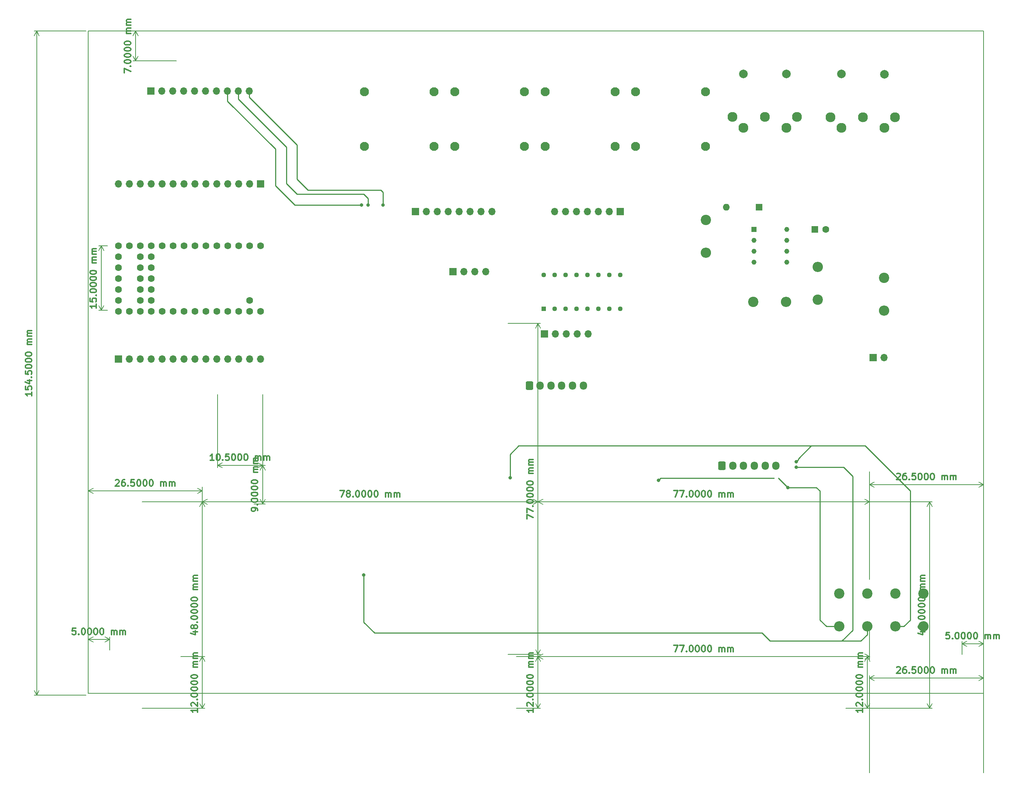
<source format=gbr>
%TF.GenerationSoftware,KiCad,Pcbnew,(6.0.4)*%
%TF.CreationDate,2022-07-24T12:14:58+02:00*%
%TF.ProjectId,MHS_Mobile_Hardware_Sampler_V3,4d48535f-4d6f-4626-996c-655f48617264,rev?*%
%TF.SameCoordinates,Original*%
%TF.FileFunction,Copper,L2,Bot*%
%TF.FilePolarity,Positive*%
%FSLAX46Y46*%
G04 Gerber Fmt 4.6, Leading zero omitted, Abs format (unit mm)*
G04 Created by KiCad (PCBNEW (6.0.4)) date 2022-07-24 12:14:58*
%MOMM*%
%LPD*%
G01*
G04 APERTURE LIST*
G04 Aperture macros list*
%AMRoundRect*
0 Rectangle with rounded corners*
0 $1 Rounding radius*
0 $2 $3 $4 $5 $6 $7 $8 $9 X,Y pos of 4 corners*
0 Add a 4 corners polygon primitive as box body*
4,1,4,$2,$3,$4,$5,$6,$7,$8,$9,$2,$3,0*
0 Add four circle primitives for the rounded corners*
1,1,$1+$1,$2,$3*
1,1,$1+$1,$4,$5*
1,1,$1+$1,$6,$7*
1,1,$1+$1,$8,$9*
0 Add four rect primitives between the rounded corners*
20,1,$1+$1,$2,$3,$4,$5,0*
20,1,$1+$1,$4,$5,$6,$7,0*
20,1,$1+$1,$6,$7,$8,$9,0*
20,1,$1+$1,$8,$9,$2,$3,0*%
G04 Aperture macros list end*
%TA.AperFunction,NonConductor*%
%ADD10C,0.200000*%
%TD*%
%ADD11C,0.300000*%
%TA.AperFunction,NonConductor*%
%ADD12C,0.300000*%
%TD*%
%TA.AperFunction,ComponentPad*%
%ADD13C,1.600000*%
%TD*%
%TA.AperFunction,ComponentPad*%
%ADD14R,1.700000X1.700000*%
%TD*%
%TA.AperFunction,ComponentPad*%
%ADD15O,1.700000X1.700000*%
%TD*%
%TA.AperFunction,ComponentPad*%
%ADD16C,2.400000*%
%TD*%
%TA.AperFunction,ComponentPad*%
%ADD17O,2.400000X2.400000*%
%TD*%
%TA.AperFunction,ComponentPad*%
%ADD18R,1.160000X1.160000*%
%TD*%
%TA.AperFunction,ComponentPad*%
%ADD19C,1.160000*%
%TD*%
%TA.AperFunction,ComponentPad*%
%ADD20RoundRect,0.250000X-0.600000X-0.725000X0.600000X-0.725000X0.600000X0.725000X-0.600000X0.725000X0*%
%TD*%
%TA.AperFunction,ComponentPad*%
%ADD21O,1.700000X1.950000*%
%TD*%
%TA.AperFunction,ComponentPad*%
%ADD22C,2.000000*%
%TD*%
%TA.AperFunction,ComponentPad*%
%ADD23C,2.300000*%
%TD*%
%TA.AperFunction,ComponentPad*%
%ADD24C,2.100000*%
%TD*%
%TA.AperFunction,ComponentPad*%
%ADD25R,1.600000X1.600000*%
%TD*%
%TA.AperFunction,ComponentPad*%
%ADD26O,1.600000X1.600000*%
%TD*%
%TA.AperFunction,ComponentPad*%
%ADD27R,1.130000X1.130000*%
%TD*%
%TA.AperFunction,ComponentPad*%
%ADD28C,1.130000*%
%TD*%
%TA.AperFunction,ViaPad*%
%ADD29C,0.800000*%
%TD*%
%TA.AperFunction,Conductor*%
%ADD30C,0.250000*%
%TD*%
G04 APERTURE END LIST*
D10*
X12000000Y-11000000D02*
X220000000Y-11000000D01*
X220000000Y-11000000D02*
X220000000Y-165000000D01*
X220000000Y-165000000D02*
X12000000Y-165000000D01*
X12000000Y-165000000D02*
X12000000Y-11000000D01*
D11*
D12*
X148000000Y-153878571D02*
X149000000Y-153878571D01*
X148357142Y-155378571D01*
X149428571Y-153878571D02*
X150428571Y-153878571D01*
X149785714Y-155378571D01*
X151000000Y-155235714D02*
X151071428Y-155307142D01*
X151000000Y-155378571D01*
X150928571Y-155307142D01*
X151000000Y-155235714D01*
X151000000Y-155378571D01*
X152000000Y-153878571D02*
X152142857Y-153878571D01*
X152285714Y-153950000D01*
X152357142Y-154021428D01*
X152428571Y-154164285D01*
X152500000Y-154450000D01*
X152500000Y-154807142D01*
X152428571Y-155092857D01*
X152357142Y-155235714D01*
X152285714Y-155307142D01*
X152142857Y-155378571D01*
X152000000Y-155378571D01*
X151857142Y-155307142D01*
X151785714Y-155235714D01*
X151714285Y-155092857D01*
X151642857Y-154807142D01*
X151642857Y-154450000D01*
X151714285Y-154164285D01*
X151785714Y-154021428D01*
X151857142Y-153950000D01*
X152000000Y-153878571D01*
X153428571Y-153878571D02*
X153571428Y-153878571D01*
X153714285Y-153950000D01*
X153785714Y-154021428D01*
X153857142Y-154164285D01*
X153928571Y-154450000D01*
X153928571Y-154807142D01*
X153857142Y-155092857D01*
X153785714Y-155235714D01*
X153714285Y-155307142D01*
X153571428Y-155378571D01*
X153428571Y-155378571D01*
X153285714Y-155307142D01*
X153214285Y-155235714D01*
X153142857Y-155092857D01*
X153071428Y-154807142D01*
X153071428Y-154450000D01*
X153142857Y-154164285D01*
X153214285Y-154021428D01*
X153285714Y-153950000D01*
X153428571Y-153878571D01*
X154857142Y-153878571D02*
X155000000Y-153878571D01*
X155142857Y-153950000D01*
X155214285Y-154021428D01*
X155285714Y-154164285D01*
X155357142Y-154450000D01*
X155357142Y-154807142D01*
X155285714Y-155092857D01*
X155214285Y-155235714D01*
X155142857Y-155307142D01*
X155000000Y-155378571D01*
X154857142Y-155378571D01*
X154714285Y-155307142D01*
X154642857Y-155235714D01*
X154571428Y-155092857D01*
X154500000Y-154807142D01*
X154500000Y-154450000D01*
X154571428Y-154164285D01*
X154642857Y-154021428D01*
X154714285Y-153950000D01*
X154857142Y-153878571D01*
X156285714Y-153878571D02*
X156428571Y-153878571D01*
X156571428Y-153950000D01*
X156642857Y-154021428D01*
X156714285Y-154164285D01*
X156785714Y-154450000D01*
X156785714Y-154807142D01*
X156714285Y-155092857D01*
X156642857Y-155235714D01*
X156571428Y-155307142D01*
X156428571Y-155378571D01*
X156285714Y-155378571D01*
X156142857Y-155307142D01*
X156071428Y-155235714D01*
X156000000Y-155092857D01*
X155928571Y-154807142D01*
X155928571Y-154450000D01*
X156000000Y-154164285D01*
X156071428Y-154021428D01*
X156142857Y-153950000D01*
X156285714Y-153878571D01*
X158571428Y-155378571D02*
X158571428Y-154378571D01*
X158571428Y-154521428D02*
X158642857Y-154450000D01*
X158785714Y-154378571D01*
X159000000Y-154378571D01*
X159142857Y-154450000D01*
X159214285Y-154592857D01*
X159214285Y-155378571D01*
X159214285Y-154592857D02*
X159285714Y-154450000D01*
X159428571Y-154378571D01*
X159642857Y-154378571D01*
X159785714Y-154450000D01*
X159857142Y-154592857D01*
X159857142Y-155378571D01*
X160571428Y-155378571D02*
X160571428Y-154378571D01*
X160571428Y-154521428D02*
X160642857Y-154450000D01*
X160785714Y-154378571D01*
X161000000Y-154378571D01*
X161142857Y-154450000D01*
X161214285Y-154592857D01*
X161214285Y-155378571D01*
X161214285Y-154592857D02*
X161285714Y-154450000D01*
X161428571Y-154378571D01*
X161642857Y-154378571D01*
X161785714Y-154450000D01*
X161857142Y-154592857D01*
X161857142Y-155378571D01*
D10*
X116500000Y-149500000D02*
X116500000Y-157086420D01*
X193500000Y-149500000D02*
X193500000Y-157086420D01*
X116500000Y-156500000D02*
X193500000Y-156500000D01*
X116500000Y-156500000D02*
X193500000Y-156500000D01*
X116500000Y-156500000D02*
X117626504Y-157086421D01*
X116500000Y-156500000D02*
X117626504Y-155913579D01*
X193500000Y-156500000D02*
X192373496Y-155913579D01*
X193500000Y-156500000D02*
X192373496Y-157086421D01*
D11*
D12*
X-1121428Y-95035714D02*
X-1121428Y-95892857D01*
X-1121428Y-95464285D02*
X-2621428Y-95464285D01*
X-2407142Y-95607142D01*
X-2264285Y-95750000D01*
X-2192857Y-95892857D01*
X-2621428Y-93678571D02*
X-2621428Y-94392857D01*
X-1907142Y-94464285D01*
X-1978571Y-94392857D01*
X-2050000Y-94250000D01*
X-2050000Y-93892857D01*
X-1978571Y-93750000D01*
X-1907142Y-93678571D01*
X-1764285Y-93607142D01*
X-1407142Y-93607142D01*
X-1264285Y-93678571D01*
X-1192857Y-93750000D01*
X-1121428Y-93892857D01*
X-1121428Y-94250000D01*
X-1192857Y-94392857D01*
X-1264285Y-94464285D01*
X-2121428Y-92321428D02*
X-1121428Y-92321428D01*
X-2692857Y-92678571D02*
X-1621428Y-93035714D01*
X-1621428Y-92107142D01*
X-1264285Y-91535714D02*
X-1192857Y-91464285D01*
X-1121428Y-91535714D01*
X-1192857Y-91607142D01*
X-1264285Y-91535714D01*
X-1121428Y-91535714D01*
X-2621428Y-90107142D02*
X-2621428Y-90821428D01*
X-1907142Y-90892857D01*
X-1978571Y-90821428D01*
X-2050000Y-90678571D01*
X-2050000Y-90321428D01*
X-1978571Y-90178571D01*
X-1907142Y-90107142D01*
X-1764285Y-90035714D01*
X-1407142Y-90035714D01*
X-1264285Y-90107142D01*
X-1192857Y-90178571D01*
X-1121428Y-90321428D01*
X-1121428Y-90678571D01*
X-1192857Y-90821428D01*
X-1264285Y-90892857D01*
X-2621428Y-89107142D02*
X-2621428Y-88964285D01*
X-2550000Y-88821428D01*
X-2478571Y-88750000D01*
X-2335714Y-88678571D01*
X-2050000Y-88607142D01*
X-1692857Y-88607142D01*
X-1407142Y-88678571D01*
X-1264285Y-88750000D01*
X-1192857Y-88821428D01*
X-1121428Y-88964285D01*
X-1121428Y-89107142D01*
X-1192857Y-89250000D01*
X-1264285Y-89321428D01*
X-1407142Y-89392857D01*
X-1692857Y-89464285D01*
X-2050000Y-89464285D01*
X-2335714Y-89392857D01*
X-2478571Y-89321428D01*
X-2550000Y-89250000D01*
X-2621428Y-89107142D01*
X-2621428Y-87678571D02*
X-2621428Y-87535714D01*
X-2550000Y-87392857D01*
X-2478571Y-87321428D01*
X-2335714Y-87250000D01*
X-2050000Y-87178571D01*
X-1692857Y-87178571D01*
X-1407142Y-87250000D01*
X-1264285Y-87321428D01*
X-1192857Y-87392857D01*
X-1121428Y-87535714D01*
X-1121428Y-87678571D01*
X-1192857Y-87821428D01*
X-1264285Y-87892857D01*
X-1407142Y-87964285D01*
X-1692857Y-88035714D01*
X-2050000Y-88035714D01*
X-2335714Y-87964285D01*
X-2478571Y-87892857D01*
X-2550000Y-87821428D01*
X-2621428Y-87678571D01*
X-2621428Y-86250000D02*
X-2621428Y-86107142D01*
X-2550000Y-85964285D01*
X-2478571Y-85892857D01*
X-2335714Y-85821428D01*
X-2049999Y-85750000D01*
X-1692857Y-85750000D01*
X-1407142Y-85821428D01*
X-1264285Y-85892857D01*
X-1192857Y-85964285D01*
X-1121428Y-86107142D01*
X-1121428Y-86250000D01*
X-1192857Y-86392857D01*
X-1264285Y-86464285D01*
X-1407142Y-86535714D01*
X-1692857Y-86607142D01*
X-2050000Y-86607142D01*
X-2335714Y-86535714D01*
X-2478571Y-86464285D01*
X-2550000Y-86392857D01*
X-2621428Y-86250000D01*
X-1121428Y-83964285D02*
X-2121428Y-83964285D01*
X-1978571Y-83964285D02*
X-2049999Y-83892857D01*
X-2121428Y-83750000D01*
X-2121428Y-83535714D01*
X-2049999Y-83392857D01*
X-1907142Y-83321428D01*
X-1121428Y-83321428D01*
X-1907142Y-83321428D02*
X-2049999Y-83250000D01*
X-2121428Y-83107142D01*
X-2121428Y-82892857D01*
X-2049999Y-82750000D01*
X-1907142Y-82678571D01*
X-1121428Y-82678571D01*
X-1121428Y-81964285D02*
X-2121428Y-81964285D01*
X-1978571Y-81964285D02*
X-2049999Y-81892857D01*
X-2121428Y-81750000D01*
X-2121428Y-81535714D01*
X-2049999Y-81392857D01*
X-1907142Y-81321428D01*
X-1121428Y-81321428D01*
X-1907142Y-81321428D02*
X-2049999Y-81250000D01*
X-2121428Y-81107142D01*
X-2121428Y-80892857D01*
X-2049999Y-80750000D01*
X-1907142Y-80678571D01*
X-1121428Y-80678571D01*
D10*
X11500000Y-11000000D02*
X-586420Y-11000000D01*
X11500000Y-165500000D02*
X-586420Y-165500000D01*
X0Y-11000000D02*
X0Y-165500000D01*
X0Y-11000000D02*
X0Y-165500000D01*
X0Y-11000000D02*
X-586421Y-12126504D01*
X0Y-11000000D02*
X586421Y-12126504D01*
X0Y-165500000D02*
X586421Y-164373496D01*
X0Y-165500000D02*
X-586421Y-164373496D01*
D11*
D12*
X148000000Y-117878571D02*
X149000000Y-117878571D01*
X148357142Y-119378571D01*
X149428571Y-117878571D02*
X150428571Y-117878571D01*
X149785714Y-119378571D01*
X151000000Y-119235714D02*
X151071428Y-119307142D01*
X151000000Y-119378571D01*
X150928571Y-119307142D01*
X151000000Y-119235714D01*
X151000000Y-119378571D01*
X152000000Y-117878571D02*
X152142857Y-117878571D01*
X152285714Y-117950000D01*
X152357142Y-118021428D01*
X152428571Y-118164285D01*
X152500000Y-118450000D01*
X152500000Y-118807142D01*
X152428571Y-119092857D01*
X152357142Y-119235714D01*
X152285714Y-119307142D01*
X152142857Y-119378571D01*
X152000000Y-119378571D01*
X151857142Y-119307142D01*
X151785714Y-119235714D01*
X151714285Y-119092857D01*
X151642857Y-118807142D01*
X151642857Y-118450000D01*
X151714285Y-118164285D01*
X151785714Y-118021428D01*
X151857142Y-117950000D01*
X152000000Y-117878571D01*
X153428571Y-117878571D02*
X153571428Y-117878571D01*
X153714285Y-117950000D01*
X153785714Y-118021428D01*
X153857142Y-118164285D01*
X153928571Y-118450000D01*
X153928571Y-118807142D01*
X153857142Y-119092857D01*
X153785714Y-119235714D01*
X153714285Y-119307142D01*
X153571428Y-119378571D01*
X153428571Y-119378571D01*
X153285714Y-119307142D01*
X153214285Y-119235714D01*
X153142857Y-119092857D01*
X153071428Y-118807142D01*
X153071428Y-118450000D01*
X153142857Y-118164285D01*
X153214285Y-118021428D01*
X153285714Y-117950000D01*
X153428571Y-117878571D01*
X154857142Y-117878571D02*
X155000000Y-117878571D01*
X155142857Y-117950000D01*
X155214285Y-118021428D01*
X155285714Y-118164285D01*
X155357142Y-118450000D01*
X155357142Y-118807142D01*
X155285714Y-119092857D01*
X155214285Y-119235714D01*
X155142857Y-119307142D01*
X155000000Y-119378571D01*
X154857142Y-119378571D01*
X154714285Y-119307142D01*
X154642857Y-119235714D01*
X154571428Y-119092857D01*
X154500000Y-118807142D01*
X154500000Y-118450000D01*
X154571428Y-118164285D01*
X154642857Y-118021428D01*
X154714285Y-117950000D01*
X154857142Y-117878571D01*
X156285714Y-117878571D02*
X156428571Y-117878571D01*
X156571428Y-117950000D01*
X156642857Y-118021428D01*
X156714285Y-118164285D01*
X156785714Y-118450000D01*
X156785714Y-118807142D01*
X156714285Y-119092857D01*
X156642857Y-119235714D01*
X156571428Y-119307142D01*
X156428571Y-119378571D01*
X156285714Y-119378571D01*
X156142857Y-119307142D01*
X156071428Y-119235714D01*
X156000000Y-119092857D01*
X155928571Y-118807142D01*
X155928571Y-118450000D01*
X156000000Y-118164285D01*
X156071428Y-118021428D01*
X156142857Y-117950000D01*
X156285714Y-117878571D01*
X158571428Y-119378571D02*
X158571428Y-118378571D01*
X158571428Y-118521428D02*
X158642857Y-118450000D01*
X158785714Y-118378571D01*
X159000000Y-118378571D01*
X159142857Y-118450000D01*
X159214285Y-118592857D01*
X159214285Y-119378571D01*
X159214285Y-118592857D02*
X159285714Y-118450000D01*
X159428571Y-118378571D01*
X159642857Y-118378571D01*
X159785714Y-118450000D01*
X159857142Y-118592857D01*
X159857142Y-119378571D01*
X160571428Y-119378571D02*
X160571428Y-118378571D01*
X160571428Y-118521428D02*
X160642857Y-118450000D01*
X160785714Y-118378571D01*
X161000000Y-118378571D01*
X161142857Y-118450000D01*
X161214285Y-118592857D01*
X161214285Y-119378571D01*
X161214285Y-118592857D02*
X161285714Y-118450000D01*
X161428571Y-118378571D01*
X161642857Y-118378571D01*
X161785714Y-118450000D01*
X161857142Y-118592857D01*
X161857142Y-119378571D01*
D10*
X116500000Y-113500000D02*
X116500000Y-121086420D01*
X193500000Y-113500000D02*
X193500000Y-121086420D01*
X116500000Y-120500000D02*
X193500000Y-120500000D01*
X116500000Y-120500000D02*
X193500000Y-120500000D01*
X116500000Y-120500000D02*
X117626504Y-121086421D01*
X116500000Y-120500000D02*
X117626504Y-119913579D01*
X193500000Y-120500000D02*
X192373496Y-119913579D01*
X193500000Y-120500000D02*
X192373496Y-121086421D01*
D11*
D12*
X9071428Y-149878571D02*
X8357142Y-149878571D01*
X8285714Y-150592857D01*
X8357142Y-150521428D01*
X8500000Y-150450000D01*
X8857142Y-150450000D01*
X9000000Y-150521428D01*
X9071428Y-150592857D01*
X9142857Y-150735714D01*
X9142857Y-151092857D01*
X9071428Y-151235714D01*
X9000000Y-151307142D01*
X8857142Y-151378571D01*
X8500000Y-151378571D01*
X8357142Y-151307142D01*
X8285714Y-151235714D01*
X9785714Y-151235714D02*
X9857142Y-151307142D01*
X9785714Y-151378571D01*
X9714285Y-151307142D01*
X9785714Y-151235714D01*
X9785714Y-151378571D01*
X10785714Y-149878571D02*
X10928571Y-149878571D01*
X11071428Y-149950000D01*
X11142857Y-150021428D01*
X11214285Y-150164285D01*
X11285714Y-150450000D01*
X11285714Y-150807142D01*
X11214285Y-151092857D01*
X11142857Y-151235714D01*
X11071428Y-151307142D01*
X10928571Y-151378571D01*
X10785714Y-151378571D01*
X10642857Y-151307142D01*
X10571428Y-151235714D01*
X10500000Y-151092857D01*
X10428571Y-150807142D01*
X10428571Y-150450000D01*
X10500000Y-150164285D01*
X10571428Y-150021428D01*
X10642857Y-149950000D01*
X10785714Y-149878571D01*
X12214285Y-149878571D02*
X12357142Y-149878571D01*
X12500000Y-149950000D01*
X12571428Y-150021428D01*
X12642857Y-150164285D01*
X12714285Y-150450000D01*
X12714285Y-150807142D01*
X12642857Y-151092857D01*
X12571428Y-151235714D01*
X12500000Y-151307142D01*
X12357142Y-151378571D01*
X12214285Y-151378571D01*
X12071428Y-151307142D01*
X12000000Y-151235714D01*
X11928571Y-151092857D01*
X11857142Y-150807142D01*
X11857142Y-150450000D01*
X11928571Y-150164285D01*
X12000000Y-150021428D01*
X12071428Y-149950000D01*
X12214285Y-149878571D01*
X13642857Y-149878571D02*
X13785714Y-149878571D01*
X13928571Y-149950000D01*
X14000000Y-150021428D01*
X14071428Y-150164285D01*
X14142857Y-150450000D01*
X14142857Y-150807142D01*
X14071428Y-151092857D01*
X14000000Y-151235714D01*
X13928571Y-151307142D01*
X13785714Y-151378571D01*
X13642857Y-151378571D01*
X13500000Y-151307142D01*
X13428571Y-151235714D01*
X13357142Y-151092857D01*
X13285714Y-150807142D01*
X13285714Y-150450000D01*
X13357142Y-150164285D01*
X13428571Y-150021428D01*
X13500000Y-149950000D01*
X13642857Y-149878571D01*
X15071428Y-149878571D02*
X15214285Y-149878571D01*
X15357142Y-149950000D01*
X15428571Y-150021428D01*
X15499999Y-150164285D01*
X15571428Y-150450000D01*
X15571428Y-150807142D01*
X15499999Y-151092857D01*
X15428571Y-151235714D01*
X15357142Y-151307142D01*
X15214285Y-151378571D01*
X15071428Y-151378571D01*
X14928571Y-151307142D01*
X14857142Y-151235714D01*
X14785714Y-151092857D01*
X14714285Y-150807142D01*
X14714285Y-150450000D01*
X14785714Y-150164285D01*
X14857142Y-150021428D01*
X14928571Y-149950000D01*
X15071428Y-149878571D01*
X17357142Y-151378571D02*
X17357142Y-150378571D01*
X17357142Y-150521428D02*
X17428571Y-150450000D01*
X17571428Y-150378571D01*
X17785714Y-150378571D01*
X17928571Y-150450000D01*
X18000000Y-150592857D01*
X18000000Y-151378571D01*
X18000000Y-150592857D02*
X18071428Y-150450000D01*
X18214285Y-150378571D01*
X18428571Y-150378571D01*
X18571428Y-150450000D01*
X18642857Y-150592857D01*
X18642857Y-151378571D01*
X19357142Y-151378571D02*
X19357142Y-150378571D01*
X19357142Y-150521428D02*
X19428571Y-150450000D01*
X19571428Y-150378571D01*
X19785714Y-150378571D01*
X19928571Y-150450000D01*
X20000000Y-150592857D01*
X20000000Y-151378571D01*
X20000000Y-150592857D02*
X20071428Y-150450000D01*
X20214285Y-150378571D01*
X20428571Y-150378571D01*
X20571428Y-150450000D01*
X20642857Y-150592857D01*
X20642857Y-151378571D01*
D10*
X12000000Y-155000000D02*
X12000000Y-151913580D01*
X17000000Y-155000000D02*
X17000000Y-151913580D01*
X12000000Y-152500000D02*
X17000000Y-152500000D01*
X12000000Y-152500000D02*
X17000000Y-152500000D01*
X12000000Y-152500000D02*
X13126504Y-153086421D01*
X12000000Y-152500000D02*
X13126504Y-151913579D01*
X17000000Y-152500000D02*
X15873496Y-151913579D01*
X17000000Y-152500000D02*
X15873496Y-153086421D01*
D11*
D12*
X199821428Y-159021428D02*
X199892857Y-158950000D01*
X200035714Y-158878571D01*
X200392857Y-158878571D01*
X200535714Y-158950000D01*
X200607142Y-159021428D01*
X200678571Y-159164285D01*
X200678571Y-159307142D01*
X200607142Y-159521428D01*
X199750000Y-160378571D01*
X200678571Y-160378571D01*
X201964285Y-158878571D02*
X201678571Y-158878571D01*
X201535714Y-158950000D01*
X201464285Y-159021428D01*
X201321428Y-159235714D01*
X201250000Y-159521428D01*
X201250000Y-160092857D01*
X201321428Y-160235714D01*
X201392857Y-160307142D01*
X201535714Y-160378571D01*
X201821428Y-160378571D01*
X201964285Y-160307142D01*
X202035714Y-160235714D01*
X202107142Y-160092857D01*
X202107142Y-159735714D01*
X202035714Y-159592857D01*
X201964285Y-159521428D01*
X201821428Y-159450000D01*
X201535714Y-159450000D01*
X201392857Y-159521428D01*
X201321428Y-159592857D01*
X201250000Y-159735714D01*
X202750000Y-160235714D02*
X202821428Y-160307142D01*
X202750000Y-160378571D01*
X202678571Y-160307142D01*
X202750000Y-160235714D01*
X202750000Y-160378571D01*
X204178571Y-158878571D02*
X203464285Y-158878571D01*
X203392857Y-159592857D01*
X203464285Y-159521428D01*
X203607142Y-159450000D01*
X203964285Y-159450000D01*
X204107142Y-159521428D01*
X204178571Y-159592857D01*
X204250000Y-159735714D01*
X204250000Y-160092857D01*
X204178571Y-160235714D01*
X204107142Y-160307142D01*
X203964285Y-160378571D01*
X203607142Y-160378571D01*
X203464285Y-160307142D01*
X203392857Y-160235714D01*
X205178571Y-158878571D02*
X205321428Y-158878571D01*
X205464285Y-158950000D01*
X205535714Y-159021428D01*
X205607142Y-159164285D01*
X205678571Y-159450000D01*
X205678571Y-159807142D01*
X205607142Y-160092857D01*
X205535714Y-160235714D01*
X205464285Y-160307142D01*
X205321428Y-160378571D01*
X205178571Y-160378571D01*
X205035714Y-160307142D01*
X204964285Y-160235714D01*
X204892857Y-160092857D01*
X204821428Y-159807142D01*
X204821428Y-159450000D01*
X204892857Y-159164285D01*
X204964285Y-159021428D01*
X205035714Y-158950000D01*
X205178571Y-158878571D01*
X206607142Y-158878571D02*
X206750000Y-158878571D01*
X206892857Y-158950000D01*
X206964285Y-159021428D01*
X207035714Y-159164285D01*
X207107142Y-159450000D01*
X207107142Y-159807142D01*
X207035714Y-160092857D01*
X206964285Y-160235714D01*
X206892857Y-160307142D01*
X206750000Y-160378571D01*
X206607142Y-160378571D01*
X206464285Y-160307142D01*
X206392857Y-160235714D01*
X206321428Y-160092857D01*
X206250000Y-159807142D01*
X206250000Y-159450000D01*
X206321428Y-159164285D01*
X206392857Y-159021428D01*
X206464285Y-158950000D01*
X206607142Y-158878571D01*
X208035714Y-158878571D02*
X208178571Y-158878571D01*
X208321428Y-158950000D01*
X208392857Y-159021428D01*
X208464285Y-159164285D01*
X208535714Y-159450000D01*
X208535714Y-159807142D01*
X208464285Y-160092857D01*
X208392857Y-160235714D01*
X208321428Y-160307142D01*
X208178571Y-160378571D01*
X208035714Y-160378571D01*
X207892857Y-160307142D01*
X207821428Y-160235714D01*
X207750000Y-160092857D01*
X207678571Y-159807142D01*
X207678571Y-159450000D01*
X207750000Y-159164285D01*
X207821428Y-159021428D01*
X207892857Y-158950000D01*
X208035714Y-158878571D01*
X210321428Y-160378571D02*
X210321428Y-159378571D01*
X210321428Y-159521428D02*
X210392857Y-159450000D01*
X210535714Y-159378571D01*
X210750000Y-159378571D01*
X210892857Y-159450000D01*
X210964285Y-159592857D01*
X210964285Y-160378571D01*
X210964285Y-159592857D02*
X211035714Y-159450000D01*
X211178571Y-159378571D01*
X211392857Y-159378571D01*
X211535714Y-159450000D01*
X211607142Y-159592857D01*
X211607142Y-160378571D01*
X212321428Y-160378571D02*
X212321428Y-159378571D01*
X212321428Y-159521428D02*
X212392857Y-159450000D01*
X212535714Y-159378571D01*
X212750000Y-159378571D01*
X212892857Y-159450000D01*
X212964285Y-159592857D01*
X212964285Y-160378571D01*
X212964285Y-159592857D02*
X213035714Y-159450000D01*
X213178571Y-159378571D01*
X213392857Y-159378571D01*
X213535714Y-159450000D01*
X213607142Y-159592857D01*
X213607142Y-160378571D01*
D10*
X193500000Y-183500000D02*
X193500000Y-160913580D01*
X220000000Y-183500000D02*
X220000000Y-160913580D01*
X193500000Y-161500000D02*
X220000000Y-161500000D01*
X193500000Y-161500000D02*
X220000000Y-161500000D01*
X193500000Y-161500000D02*
X194626504Y-162086421D01*
X193500000Y-161500000D02*
X194626504Y-160913579D01*
X220000000Y-161500000D02*
X218873496Y-160913579D01*
X220000000Y-161500000D02*
X218873496Y-162086421D01*
D11*
D12*
X41178571Y-110878571D02*
X40321428Y-110878571D01*
X40750000Y-110878571D02*
X40750000Y-109378571D01*
X40607142Y-109592857D01*
X40464285Y-109735714D01*
X40321428Y-109807142D01*
X42107142Y-109378571D02*
X42250000Y-109378571D01*
X42392857Y-109450000D01*
X42464285Y-109521428D01*
X42535714Y-109664285D01*
X42607142Y-109950000D01*
X42607142Y-110307142D01*
X42535714Y-110592857D01*
X42464285Y-110735714D01*
X42392857Y-110807142D01*
X42250000Y-110878571D01*
X42107142Y-110878571D01*
X41964285Y-110807142D01*
X41892857Y-110735714D01*
X41821428Y-110592857D01*
X41750000Y-110307142D01*
X41750000Y-109950000D01*
X41821428Y-109664285D01*
X41892857Y-109521428D01*
X41964285Y-109450000D01*
X42107142Y-109378571D01*
X43250000Y-110735714D02*
X43321428Y-110807142D01*
X43250000Y-110878571D01*
X43178571Y-110807142D01*
X43250000Y-110735714D01*
X43250000Y-110878571D01*
X44678571Y-109378571D02*
X43964285Y-109378571D01*
X43892857Y-110092857D01*
X43964285Y-110021428D01*
X44107142Y-109950000D01*
X44464285Y-109950000D01*
X44607142Y-110021428D01*
X44678571Y-110092857D01*
X44750000Y-110235714D01*
X44750000Y-110592857D01*
X44678571Y-110735714D01*
X44607142Y-110807142D01*
X44464285Y-110878571D01*
X44107142Y-110878571D01*
X43964285Y-110807142D01*
X43892857Y-110735714D01*
X45678571Y-109378571D02*
X45821428Y-109378571D01*
X45964285Y-109450000D01*
X46035714Y-109521428D01*
X46107142Y-109664285D01*
X46178571Y-109950000D01*
X46178571Y-110307142D01*
X46107142Y-110592857D01*
X46035714Y-110735714D01*
X45964285Y-110807142D01*
X45821428Y-110878571D01*
X45678571Y-110878571D01*
X45535714Y-110807142D01*
X45464285Y-110735714D01*
X45392857Y-110592857D01*
X45321428Y-110307142D01*
X45321428Y-109950000D01*
X45392857Y-109664285D01*
X45464285Y-109521428D01*
X45535714Y-109450000D01*
X45678571Y-109378571D01*
X47107142Y-109378571D02*
X47250000Y-109378571D01*
X47392857Y-109450000D01*
X47464285Y-109521428D01*
X47535714Y-109664285D01*
X47607142Y-109950000D01*
X47607142Y-110307142D01*
X47535714Y-110592857D01*
X47464285Y-110735714D01*
X47392857Y-110807142D01*
X47250000Y-110878571D01*
X47107142Y-110878571D01*
X46964285Y-110807142D01*
X46892857Y-110735714D01*
X46821428Y-110592857D01*
X46750000Y-110307142D01*
X46750000Y-109950000D01*
X46821428Y-109664285D01*
X46892857Y-109521428D01*
X46964285Y-109450000D01*
X47107142Y-109378571D01*
X48535714Y-109378571D02*
X48678571Y-109378571D01*
X48821428Y-109450000D01*
X48892857Y-109521428D01*
X48964285Y-109664285D01*
X49035714Y-109950000D01*
X49035714Y-110307142D01*
X48964285Y-110592857D01*
X48892857Y-110735714D01*
X48821428Y-110807142D01*
X48678571Y-110878571D01*
X48535714Y-110878571D01*
X48392857Y-110807142D01*
X48321428Y-110735714D01*
X48250000Y-110592857D01*
X48178571Y-110307142D01*
X48178571Y-109950000D01*
X48250000Y-109664285D01*
X48321428Y-109521428D01*
X48392857Y-109450000D01*
X48535714Y-109378571D01*
X50821428Y-110878571D02*
X50821428Y-109878571D01*
X50821428Y-110021428D02*
X50892857Y-109950000D01*
X51035714Y-109878571D01*
X51249999Y-109878571D01*
X51392857Y-109950000D01*
X51464285Y-110092857D01*
X51464285Y-110878571D01*
X51464285Y-110092857D02*
X51535714Y-109950000D01*
X51678571Y-109878571D01*
X51892857Y-109878571D01*
X52035714Y-109950000D01*
X52107142Y-110092857D01*
X52107142Y-110878571D01*
X52821428Y-110878571D02*
X52821428Y-109878571D01*
X52821428Y-110021428D02*
X52892857Y-109950000D01*
X53035714Y-109878571D01*
X53249999Y-109878571D01*
X53392857Y-109950000D01*
X53464285Y-110092857D01*
X53464285Y-110878571D01*
X53464285Y-110092857D02*
X53535714Y-109950000D01*
X53678571Y-109878571D01*
X53892857Y-109878571D01*
X54035714Y-109950000D01*
X54107142Y-110092857D01*
X54107142Y-110878571D01*
D10*
X42000000Y-95500000D02*
X42000000Y-112586420D01*
X52500000Y-95500000D02*
X52500000Y-112586420D01*
X42000000Y-112000000D02*
X52500000Y-112000000D01*
X42000000Y-112000000D02*
X52500000Y-112000000D01*
X42000000Y-112000000D02*
X43126504Y-112586421D01*
X42000000Y-112000000D02*
X43126504Y-111413579D01*
X52500000Y-112000000D02*
X51373496Y-111413579D01*
X52500000Y-112000000D02*
X51373496Y-112586421D01*
D11*
D12*
X13878571Y-74571428D02*
X13878571Y-75428571D01*
X13878571Y-75000000D02*
X12378571Y-75000000D01*
X12592857Y-75142857D01*
X12735714Y-75285714D01*
X12807142Y-75428571D01*
X12378571Y-73214285D02*
X12378571Y-73928571D01*
X13092857Y-74000000D01*
X13021428Y-73928571D01*
X12950000Y-73785714D01*
X12950000Y-73428571D01*
X13021428Y-73285714D01*
X13092857Y-73214285D01*
X13235714Y-73142857D01*
X13592857Y-73142857D01*
X13735714Y-73214285D01*
X13807142Y-73285714D01*
X13878571Y-73428571D01*
X13878571Y-73785714D01*
X13807142Y-73928571D01*
X13735714Y-74000000D01*
X13735714Y-72500000D02*
X13807142Y-72428571D01*
X13878571Y-72500000D01*
X13807142Y-72571428D01*
X13735714Y-72500000D01*
X13878571Y-72500000D01*
X12378571Y-71500000D02*
X12378571Y-71357142D01*
X12450000Y-71214285D01*
X12521428Y-71142857D01*
X12664285Y-71071428D01*
X12950000Y-71000000D01*
X13307142Y-71000000D01*
X13592857Y-71071428D01*
X13735714Y-71142857D01*
X13807142Y-71214285D01*
X13878571Y-71357142D01*
X13878571Y-71500000D01*
X13807142Y-71642857D01*
X13735714Y-71714285D01*
X13592857Y-71785714D01*
X13307142Y-71857142D01*
X12950000Y-71857142D01*
X12664285Y-71785714D01*
X12521428Y-71714285D01*
X12450000Y-71642857D01*
X12378571Y-71500000D01*
X12378571Y-70071428D02*
X12378571Y-69928571D01*
X12450000Y-69785714D01*
X12521428Y-69714285D01*
X12664285Y-69642857D01*
X12950000Y-69571428D01*
X13307142Y-69571428D01*
X13592857Y-69642857D01*
X13735714Y-69714285D01*
X13807142Y-69785714D01*
X13878571Y-69928571D01*
X13878571Y-70071428D01*
X13807142Y-70214285D01*
X13735714Y-70285714D01*
X13592857Y-70357142D01*
X13307142Y-70428571D01*
X12950000Y-70428571D01*
X12664285Y-70357142D01*
X12521428Y-70285714D01*
X12450000Y-70214285D01*
X12378571Y-70071428D01*
X12378571Y-68642857D02*
X12378571Y-68500000D01*
X12450000Y-68357142D01*
X12521428Y-68285714D01*
X12664285Y-68214285D01*
X12950000Y-68142857D01*
X13307142Y-68142857D01*
X13592857Y-68214285D01*
X13735714Y-68285714D01*
X13807142Y-68357142D01*
X13878571Y-68500000D01*
X13878571Y-68642857D01*
X13807142Y-68785714D01*
X13735714Y-68857142D01*
X13592857Y-68928571D01*
X13307142Y-69000000D01*
X12950000Y-69000000D01*
X12664285Y-68928571D01*
X12521428Y-68857142D01*
X12450000Y-68785714D01*
X12378571Y-68642857D01*
X12378571Y-67214285D02*
X12378571Y-67071428D01*
X12450000Y-66928571D01*
X12521428Y-66857142D01*
X12664285Y-66785714D01*
X12950000Y-66714285D01*
X13307142Y-66714285D01*
X13592857Y-66785714D01*
X13735714Y-66857142D01*
X13807142Y-66928571D01*
X13878571Y-67071428D01*
X13878571Y-67214285D01*
X13807142Y-67357142D01*
X13735714Y-67428571D01*
X13592857Y-67500000D01*
X13307142Y-67571428D01*
X12950000Y-67571428D01*
X12664285Y-67500000D01*
X12521428Y-67428571D01*
X12450000Y-67357142D01*
X12378571Y-67214285D01*
X13878571Y-64928571D02*
X12878571Y-64928571D01*
X13021428Y-64928571D02*
X12950000Y-64857142D01*
X12878571Y-64714285D01*
X12878571Y-64500000D01*
X12950000Y-64357142D01*
X13092857Y-64285714D01*
X13878571Y-64285714D01*
X13092857Y-64285714D02*
X12950000Y-64214285D01*
X12878571Y-64071428D01*
X12878571Y-63857142D01*
X12950000Y-63714285D01*
X13092857Y-63642857D01*
X13878571Y-63642857D01*
X13878571Y-62928571D02*
X12878571Y-62928571D01*
X13021428Y-62928571D02*
X12950000Y-62857142D01*
X12878571Y-62714285D01*
X12878571Y-62500000D01*
X12950000Y-62357142D01*
X13092857Y-62285714D01*
X13878571Y-62285714D01*
X13092857Y-62285714D02*
X12950000Y-62214285D01*
X12878571Y-62071428D01*
X12878571Y-61857142D01*
X12950000Y-61714285D01*
X13092857Y-61642857D01*
X13878571Y-61642857D01*
D10*
X16499999Y-61000000D02*
X14413580Y-61000000D01*
X16499999Y-76000000D02*
X14413580Y-76000000D01*
X15000000Y-61000000D02*
X15000000Y-76000000D01*
X15000000Y-61000000D02*
X15000000Y-76000000D01*
X15000000Y-61000000D02*
X14413579Y-62126504D01*
X15000000Y-61000000D02*
X15586421Y-62126504D01*
X15000000Y-76000000D02*
X15586421Y-74873496D01*
X15000000Y-76000000D02*
X14413579Y-74873496D01*
D11*
D12*
X18321428Y-115521428D02*
X18392857Y-115450000D01*
X18535714Y-115378571D01*
X18892857Y-115378571D01*
X19035714Y-115450000D01*
X19107142Y-115521428D01*
X19178571Y-115664285D01*
X19178571Y-115807142D01*
X19107142Y-116021428D01*
X18249999Y-116878571D01*
X19178571Y-116878571D01*
X20464285Y-115378571D02*
X20178571Y-115378571D01*
X20035714Y-115450000D01*
X19964285Y-115521428D01*
X19821428Y-115735714D01*
X19749999Y-116021428D01*
X19749999Y-116592857D01*
X19821428Y-116735714D01*
X19892857Y-116807142D01*
X20035714Y-116878571D01*
X20321428Y-116878571D01*
X20464285Y-116807142D01*
X20535714Y-116735714D01*
X20607142Y-116592857D01*
X20607142Y-116235714D01*
X20535714Y-116092857D01*
X20464285Y-116021428D01*
X20321428Y-115950000D01*
X20035714Y-115950000D01*
X19892857Y-116021428D01*
X19821428Y-116092857D01*
X19749999Y-116235714D01*
X21249999Y-116735714D02*
X21321428Y-116807142D01*
X21249999Y-116878571D01*
X21178571Y-116807142D01*
X21249999Y-116735714D01*
X21249999Y-116878571D01*
X22678571Y-115378571D02*
X21964285Y-115378571D01*
X21892857Y-116092857D01*
X21964285Y-116021428D01*
X22107142Y-115950000D01*
X22464285Y-115950000D01*
X22607142Y-116021428D01*
X22678571Y-116092857D01*
X22749999Y-116235714D01*
X22749999Y-116592857D01*
X22678571Y-116735714D01*
X22607142Y-116807142D01*
X22464285Y-116878571D01*
X22107142Y-116878571D01*
X21964285Y-116807142D01*
X21892857Y-116735714D01*
X23678571Y-115378571D02*
X23821428Y-115378571D01*
X23964285Y-115450000D01*
X24035714Y-115521428D01*
X24107142Y-115664285D01*
X24178571Y-115950000D01*
X24178571Y-116307142D01*
X24107142Y-116592857D01*
X24035714Y-116735714D01*
X23964285Y-116807142D01*
X23821428Y-116878571D01*
X23678571Y-116878571D01*
X23535714Y-116807142D01*
X23464285Y-116735714D01*
X23392857Y-116592857D01*
X23321428Y-116307142D01*
X23321428Y-115950000D01*
X23392857Y-115664285D01*
X23464285Y-115521428D01*
X23535714Y-115450000D01*
X23678571Y-115378571D01*
X25107142Y-115378571D02*
X25249999Y-115378571D01*
X25392857Y-115450000D01*
X25464285Y-115521428D01*
X25535714Y-115664285D01*
X25607142Y-115950000D01*
X25607142Y-116307142D01*
X25535714Y-116592857D01*
X25464285Y-116735714D01*
X25392857Y-116807142D01*
X25249999Y-116878571D01*
X25107142Y-116878571D01*
X24964285Y-116807142D01*
X24892857Y-116735714D01*
X24821428Y-116592857D01*
X24749999Y-116307142D01*
X24749999Y-115950000D01*
X24821428Y-115664285D01*
X24892857Y-115521428D01*
X24964285Y-115450000D01*
X25107142Y-115378571D01*
X26535714Y-115378571D02*
X26678571Y-115378571D01*
X26821428Y-115450000D01*
X26892857Y-115521428D01*
X26964285Y-115664285D01*
X27035714Y-115950000D01*
X27035714Y-116307142D01*
X26964285Y-116592857D01*
X26892857Y-116735714D01*
X26821428Y-116807142D01*
X26678571Y-116878571D01*
X26535714Y-116878571D01*
X26392857Y-116807142D01*
X26321428Y-116735714D01*
X26249999Y-116592857D01*
X26178571Y-116307142D01*
X26178571Y-115950000D01*
X26249999Y-115664285D01*
X26321428Y-115521428D01*
X26392857Y-115450000D01*
X26535714Y-115378571D01*
X28821428Y-116878571D02*
X28821428Y-115878571D01*
X28821428Y-116021428D02*
X28892857Y-115950000D01*
X29035714Y-115878571D01*
X29249999Y-115878571D01*
X29392857Y-115950000D01*
X29464285Y-116092857D01*
X29464285Y-116878571D01*
X29464285Y-116092857D02*
X29535714Y-115950000D01*
X29678571Y-115878571D01*
X29892857Y-115878571D01*
X30035714Y-115950000D01*
X30107142Y-116092857D01*
X30107142Y-116878571D01*
X30821428Y-116878571D02*
X30821428Y-115878571D01*
X30821428Y-116021428D02*
X30892857Y-115950000D01*
X31035714Y-115878571D01*
X31249999Y-115878571D01*
X31392857Y-115950000D01*
X31464285Y-116092857D01*
X31464285Y-116878571D01*
X31464285Y-116092857D02*
X31535714Y-115950000D01*
X31678571Y-115878571D01*
X31892857Y-115878571D01*
X32035714Y-115950000D01*
X32107142Y-116092857D01*
X32107142Y-116878571D01*
D10*
X12000000Y-140000000D02*
X12000000Y-117413580D01*
X38500000Y-140000000D02*
X38500000Y-117413580D01*
X12000000Y-118000000D02*
X38500000Y-118000000D01*
X12000000Y-118000000D02*
X38500000Y-118000000D01*
X12000000Y-118000000D02*
X13126504Y-118586421D01*
X12000000Y-118000000D02*
X13126504Y-117413579D01*
X38500000Y-118000000D02*
X37373496Y-117413579D01*
X38500000Y-118000000D02*
X37373496Y-118586421D01*
D11*
D12*
X191878571Y-168571428D02*
X191878571Y-169428571D01*
X191878571Y-169000000D02*
X190378571Y-169000000D01*
X190592857Y-169142857D01*
X190735714Y-169285714D01*
X190807142Y-169428571D01*
X190521428Y-168000000D02*
X190450000Y-167928571D01*
X190378571Y-167785714D01*
X190378571Y-167428571D01*
X190450000Y-167285714D01*
X190521428Y-167214285D01*
X190664285Y-167142857D01*
X190807142Y-167142857D01*
X191021428Y-167214285D01*
X191878571Y-168071428D01*
X191878571Y-167142857D01*
X191735714Y-166500000D02*
X191807142Y-166428571D01*
X191878571Y-166500000D01*
X191807142Y-166571428D01*
X191735714Y-166500000D01*
X191878571Y-166500000D01*
X190378571Y-165500000D02*
X190378571Y-165357142D01*
X190450000Y-165214285D01*
X190521428Y-165142857D01*
X190664285Y-165071428D01*
X190950000Y-165000000D01*
X191307142Y-165000000D01*
X191592857Y-165071428D01*
X191735714Y-165142857D01*
X191807142Y-165214285D01*
X191878571Y-165357142D01*
X191878571Y-165500000D01*
X191807142Y-165642857D01*
X191735714Y-165714285D01*
X191592857Y-165785714D01*
X191307142Y-165857142D01*
X190950000Y-165857142D01*
X190664285Y-165785714D01*
X190521428Y-165714285D01*
X190450000Y-165642857D01*
X190378571Y-165500000D01*
X190378571Y-164071428D02*
X190378571Y-163928571D01*
X190450000Y-163785714D01*
X190521428Y-163714285D01*
X190664285Y-163642857D01*
X190950000Y-163571428D01*
X191307142Y-163571428D01*
X191592857Y-163642857D01*
X191735714Y-163714285D01*
X191807142Y-163785714D01*
X191878571Y-163928571D01*
X191878571Y-164071428D01*
X191807142Y-164214285D01*
X191735714Y-164285714D01*
X191592857Y-164357142D01*
X191307142Y-164428571D01*
X190950000Y-164428571D01*
X190664285Y-164357142D01*
X190521428Y-164285714D01*
X190450000Y-164214285D01*
X190378571Y-164071428D01*
X190378571Y-162642857D02*
X190378571Y-162500000D01*
X190450000Y-162357142D01*
X190521428Y-162285714D01*
X190664285Y-162214285D01*
X190950000Y-162142857D01*
X191307142Y-162142857D01*
X191592857Y-162214285D01*
X191735714Y-162285714D01*
X191807142Y-162357142D01*
X191878571Y-162500000D01*
X191878571Y-162642857D01*
X191807142Y-162785714D01*
X191735714Y-162857142D01*
X191592857Y-162928571D01*
X191307142Y-163000000D01*
X190950000Y-163000000D01*
X190664285Y-162928571D01*
X190521428Y-162857142D01*
X190450000Y-162785714D01*
X190378571Y-162642857D01*
X190378571Y-161214285D02*
X190378571Y-161071428D01*
X190450000Y-160928571D01*
X190521428Y-160857142D01*
X190664285Y-160785714D01*
X190950000Y-160714285D01*
X191307142Y-160714285D01*
X191592857Y-160785714D01*
X191735714Y-160857142D01*
X191807142Y-160928571D01*
X191878571Y-161071428D01*
X191878571Y-161214285D01*
X191807142Y-161357142D01*
X191735714Y-161428571D01*
X191592857Y-161500000D01*
X191307142Y-161571428D01*
X190950000Y-161571428D01*
X190664285Y-161500000D01*
X190521428Y-161428571D01*
X190450000Y-161357142D01*
X190378571Y-161214285D01*
X191878571Y-158928571D02*
X190878571Y-158928571D01*
X191021428Y-158928571D02*
X190950000Y-158857142D01*
X190878571Y-158714285D01*
X190878571Y-158500000D01*
X190950000Y-158357142D01*
X191092857Y-158285714D01*
X191878571Y-158285714D01*
X191092857Y-158285714D02*
X190950000Y-158214285D01*
X190878571Y-158071428D01*
X190878571Y-157857142D01*
X190950000Y-157714285D01*
X191092857Y-157642857D01*
X191878571Y-157642857D01*
X191878571Y-156928571D02*
X190878571Y-156928571D01*
X191021428Y-156928571D02*
X190950000Y-156857142D01*
X190878571Y-156714285D01*
X190878571Y-156500000D01*
X190950000Y-156357142D01*
X191092857Y-156285714D01*
X191878571Y-156285714D01*
X191092857Y-156285714D02*
X190950000Y-156214285D01*
X190878571Y-156071428D01*
X190878571Y-155857142D01*
X190950000Y-155714285D01*
X191092857Y-155642857D01*
X191878571Y-155642857D01*
D10*
X188000000Y-168500000D02*
X193586420Y-168500000D01*
X188000000Y-156500000D02*
X193586420Y-156500000D01*
X193000000Y-168500000D02*
X193000000Y-156500000D01*
X193000000Y-168500000D02*
X193000000Y-156500000D01*
X193000000Y-168500000D02*
X193586421Y-167373496D01*
X193000000Y-168500000D02*
X192413579Y-167373496D01*
X193000000Y-156500000D02*
X192413579Y-157626504D01*
X193000000Y-156500000D02*
X193586421Y-157626504D01*
D11*
D12*
X199821428Y-114021428D02*
X199892857Y-113950000D01*
X200035714Y-113878571D01*
X200392857Y-113878571D01*
X200535714Y-113950000D01*
X200607142Y-114021428D01*
X200678571Y-114164285D01*
X200678571Y-114307142D01*
X200607142Y-114521428D01*
X199750000Y-115378571D01*
X200678571Y-115378571D01*
X201964285Y-113878571D02*
X201678571Y-113878571D01*
X201535714Y-113950000D01*
X201464285Y-114021428D01*
X201321428Y-114235714D01*
X201250000Y-114521428D01*
X201250000Y-115092857D01*
X201321428Y-115235714D01*
X201392857Y-115307142D01*
X201535714Y-115378571D01*
X201821428Y-115378571D01*
X201964285Y-115307142D01*
X202035714Y-115235714D01*
X202107142Y-115092857D01*
X202107142Y-114735714D01*
X202035714Y-114592857D01*
X201964285Y-114521428D01*
X201821428Y-114450000D01*
X201535714Y-114450000D01*
X201392857Y-114521428D01*
X201321428Y-114592857D01*
X201250000Y-114735714D01*
X202750000Y-115235714D02*
X202821428Y-115307142D01*
X202750000Y-115378571D01*
X202678571Y-115307142D01*
X202750000Y-115235714D01*
X202750000Y-115378571D01*
X204178571Y-113878571D02*
X203464285Y-113878571D01*
X203392857Y-114592857D01*
X203464285Y-114521428D01*
X203607142Y-114450000D01*
X203964285Y-114450000D01*
X204107142Y-114521428D01*
X204178571Y-114592857D01*
X204250000Y-114735714D01*
X204250000Y-115092857D01*
X204178571Y-115235714D01*
X204107142Y-115307142D01*
X203964285Y-115378571D01*
X203607142Y-115378571D01*
X203464285Y-115307142D01*
X203392857Y-115235714D01*
X205178571Y-113878571D02*
X205321428Y-113878571D01*
X205464285Y-113950000D01*
X205535714Y-114021428D01*
X205607142Y-114164285D01*
X205678571Y-114450000D01*
X205678571Y-114807142D01*
X205607142Y-115092857D01*
X205535714Y-115235714D01*
X205464285Y-115307142D01*
X205321428Y-115378571D01*
X205178571Y-115378571D01*
X205035714Y-115307142D01*
X204964285Y-115235714D01*
X204892857Y-115092857D01*
X204821428Y-114807142D01*
X204821428Y-114450000D01*
X204892857Y-114164285D01*
X204964285Y-114021428D01*
X205035714Y-113950000D01*
X205178571Y-113878571D01*
X206607142Y-113878571D02*
X206750000Y-113878571D01*
X206892857Y-113950000D01*
X206964285Y-114021428D01*
X207035714Y-114164285D01*
X207107142Y-114450000D01*
X207107142Y-114807142D01*
X207035714Y-115092857D01*
X206964285Y-115235714D01*
X206892857Y-115307142D01*
X206750000Y-115378571D01*
X206607142Y-115378571D01*
X206464285Y-115307142D01*
X206392857Y-115235714D01*
X206321428Y-115092857D01*
X206250000Y-114807142D01*
X206250000Y-114450000D01*
X206321428Y-114164285D01*
X206392857Y-114021428D01*
X206464285Y-113950000D01*
X206607142Y-113878571D01*
X208035714Y-113878571D02*
X208178571Y-113878571D01*
X208321428Y-113950000D01*
X208392857Y-114021428D01*
X208464285Y-114164285D01*
X208535714Y-114450000D01*
X208535714Y-114807142D01*
X208464285Y-115092857D01*
X208392857Y-115235714D01*
X208321428Y-115307142D01*
X208178571Y-115378571D01*
X208035714Y-115378571D01*
X207892857Y-115307142D01*
X207821428Y-115235714D01*
X207750000Y-115092857D01*
X207678571Y-114807142D01*
X207678571Y-114450000D01*
X207750000Y-114164285D01*
X207821428Y-114021428D01*
X207892857Y-113950000D01*
X208035714Y-113878571D01*
X210321428Y-115378571D02*
X210321428Y-114378571D01*
X210321428Y-114521428D02*
X210392857Y-114450000D01*
X210535714Y-114378571D01*
X210750000Y-114378571D01*
X210892857Y-114450000D01*
X210964285Y-114592857D01*
X210964285Y-115378571D01*
X210964285Y-114592857D02*
X211035714Y-114450000D01*
X211178571Y-114378571D01*
X211392857Y-114378571D01*
X211535714Y-114450000D01*
X211607142Y-114592857D01*
X211607142Y-115378571D01*
X212321428Y-115378571D02*
X212321428Y-114378571D01*
X212321428Y-114521428D02*
X212392857Y-114450000D01*
X212535714Y-114378571D01*
X212750000Y-114378571D01*
X212892857Y-114450000D01*
X212964285Y-114592857D01*
X212964285Y-115378571D01*
X212964285Y-114592857D02*
X213035714Y-114450000D01*
X213178571Y-114378571D01*
X213392857Y-114378571D01*
X213535714Y-114450000D01*
X213607142Y-114592857D01*
X213607142Y-115378571D01*
D10*
X193500000Y-138500000D02*
X193500000Y-115913580D01*
X220000000Y-138500000D02*
X220000000Y-115913580D01*
X193500000Y-116500000D02*
X220000000Y-116500000D01*
X193500000Y-116500000D02*
X220000000Y-116500000D01*
X193500000Y-116500000D02*
X194626504Y-117086421D01*
X193500000Y-116500000D02*
X194626504Y-115913579D01*
X220000000Y-116500000D02*
X218873496Y-115913579D01*
X220000000Y-116500000D02*
X218873496Y-117086421D01*
D11*
D12*
X37378571Y-168571428D02*
X37378571Y-169428571D01*
X37378571Y-169000000D02*
X35878571Y-169000000D01*
X36092857Y-169142857D01*
X36235714Y-169285714D01*
X36307142Y-169428571D01*
X36021428Y-168000000D02*
X35950000Y-167928571D01*
X35878571Y-167785714D01*
X35878571Y-167428571D01*
X35950000Y-167285714D01*
X36021428Y-167214285D01*
X36164285Y-167142857D01*
X36307142Y-167142857D01*
X36521428Y-167214285D01*
X37378571Y-168071428D01*
X37378571Y-167142857D01*
X37235714Y-166500000D02*
X37307142Y-166428571D01*
X37378571Y-166500000D01*
X37307142Y-166571428D01*
X37235714Y-166500000D01*
X37378571Y-166500000D01*
X35878571Y-165500000D02*
X35878571Y-165357142D01*
X35950000Y-165214285D01*
X36021428Y-165142857D01*
X36164285Y-165071428D01*
X36450000Y-165000000D01*
X36807142Y-165000000D01*
X37092857Y-165071428D01*
X37235714Y-165142857D01*
X37307142Y-165214285D01*
X37378571Y-165357142D01*
X37378571Y-165500000D01*
X37307142Y-165642857D01*
X37235714Y-165714285D01*
X37092857Y-165785714D01*
X36807142Y-165857142D01*
X36450000Y-165857142D01*
X36164285Y-165785714D01*
X36021428Y-165714285D01*
X35950000Y-165642857D01*
X35878571Y-165500000D01*
X35878571Y-164071428D02*
X35878571Y-163928571D01*
X35950000Y-163785714D01*
X36021428Y-163714285D01*
X36164285Y-163642857D01*
X36450000Y-163571428D01*
X36807142Y-163571428D01*
X37092857Y-163642857D01*
X37235714Y-163714285D01*
X37307142Y-163785714D01*
X37378571Y-163928571D01*
X37378571Y-164071428D01*
X37307142Y-164214285D01*
X37235714Y-164285714D01*
X37092857Y-164357142D01*
X36807142Y-164428571D01*
X36450000Y-164428571D01*
X36164285Y-164357142D01*
X36021428Y-164285714D01*
X35950000Y-164214285D01*
X35878571Y-164071428D01*
X35878571Y-162642857D02*
X35878571Y-162500000D01*
X35950000Y-162357142D01*
X36021428Y-162285714D01*
X36164285Y-162214285D01*
X36450000Y-162142857D01*
X36807142Y-162142857D01*
X37092857Y-162214285D01*
X37235714Y-162285714D01*
X37307142Y-162357142D01*
X37378571Y-162500000D01*
X37378571Y-162642857D01*
X37307142Y-162785714D01*
X37235714Y-162857142D01*
X37092857Y-162928571D01*
X36807142Y-163000000D01*
X36450000Y-163000000D01*
X36164285Y-162928571D01*
X36021428Y-162857142D01*
X35950000Y-162785714D01*
X35878571Y-162642857D01*
X35878571Y-161214285D02*
X35878571Y-161071428D01*
X35950000Y-160928571D01*
X36021428Y-160857142D01*
X36164285Y-160785714D01*
X36450000Y-160714285D01*
X36807142Y-160714285D01*
X37092857Y-160785714D01*
X37235714Y-160857142D01*
X37307142Y-160928571D01*
X37378571Y-161071428D01*
X37378571Y-161214285D01*
X37307142Y-161357142D01*
X37235714Y-161428571D01*
X37092857Y-161500000D01*
X36807142Y-161571428D01*
X36450000Y-161571428D01*
X36164285Y-161500000D01*
X36021428Y-161428571D01*
X35950000Y-161357142D01*
X35878571Y-161214285D01*
X37378571Y-158928571D02*
X36378571Y-158928571D01*
X36521428Y-158928571D02*
X36450000Y-158857142D01*
X36378571Y-158714285D01*
X36378571Y-158500000D01*
X36450000Y-158357142D01*
X36592857Y-158285714D01*
X37378571Y-158285714D01*
X36592857Y-158285714D02*
X36450000Y-158214285D01*
X36378571Y-158071428D01*
X36378571Y-157857142D01*
X36450000Y-157714285D01*
X36592857Y-157642857D01*
X37378571Y-157642857D01*
X37378571Y-156928571D02*
X36378571Y-156928571D01*
X36521428Y-156928571D02*
X36450000Y-156857142D01*
X36378571Y-156714285D01*
X36378571Y-156500000D01*
X36450000Y-156357142D01*
X36592857Y-156285714D01*
X37378571Y-156285714D01*
X36592857Y-156285714D02*
X36450000Y-156214285D01*
X36378571Y-156071428D01*
X36378571Y-155857142D01*
X36450000Y-155714285D01*
X36592857Y-155642857D01*
X37378571Y-155642857D01*
D10*
X33500000Y-168500000D02*
X39086420Y-168500000D01*
X33500000Y-156500000D02*
X39086420Y-156500000D01*
X38500000Y-168500000D02*
X38500000Y-156500000D01*
X38500000Y-168500000D02*
X38500000Y-156500000D01*
X38500000Y-168500000D02*
X39086421Y-167373496D01*
X38500000Y-168500000D02*
X37913579Y-167373496D01*
X38500000Y-156500000D02*
X37913579Y-157626504D01*
X38500000Y-156500000D02*
X39086421Y-157626504D01*
D11*
D12*
X212071428Y-150878571D02*
X211357142Y-150878571D01*
X211285714Y-151592857D01*
X211357142Y-151521428D01*
X211500000Y-151450000D01*
X211857142Y-151450000D01*
X212000000Y-151521428D01*
X212071428Y-151592857D01*
X212142857Y-151735714D01*
X212142857Y-152092857D01*
X212071428Y-152235714D01*
X212000000Y-152307142D01*
X211857142Y-152378571D01*
X211500000Y-152378571D01*
X211357142Y-152307142D01*
X211285714Y-152235714D01*
X212785714Y-152235714D02*
X212857142Y-152307142D01*
X212785714Y-152378571D01*
X212714285Y-152307142D01*
X212785714Y-152235714D01*
X212785714Y-152378571D01*
X213785714Y-150878571D02*
X213928571Y-150878571D01*
X214071428Y-150950000D01*
X214142857Y-151021428D01*
X214214285Y-151164285D01*
X214285714Y-151450000D01*
X214285714Y-151807142D01*
X214214285Y-152092857D01*
X214142857Y-152235714D01*
X214071428Y-152307142D01*
X213928571Y-152378571D01*
X213785714Y-152378571D01*
X213642857Y-152307142D01*
X213571428Y-152235714D01*
X213500000Y-152092857D01*
X213428571Y-151807142D01*
X213428571Y-151450000D01*
X213500000Y-151164285D01*
X213571428Y-151021428D01*
X213642857Y-150950000D01*
X213785714Y-150878571D01*
X215214285Y-150878571D02*
X215357142Y-150878571D01*
X215500000Y-150950000D01*
X215571428Y-151021428D01*
X215642857Y-151164285D01*
X215714285Y-151450000D01*
X215714285Y-151807142D01*
X215642857Y-152092857D01*
X215571428Y-152235714D01*
X215500000Y-152307142D01*
X215357142Y-152378571D01*
X215214285Y-152378571D01*
X215071428Y-152307142D01*
X215000000Y-152235714D01*
X214928571Y-152092857D01*
X214857142Y-151807142D01*
X214857142Y-151450000D01*
X214928571Y-151164285D01*
X215000000Y-151021428D01*
X215071428Y-150950000D01*
X215214285Y-150878571D01*
X216642857Y-150878571D02*
X216785714Y-150878571D01*
X216928571Y-150950000D01*
X217000000Y-151021428D01*
X217071428Y-151164285D01*
X217142857Y-151450000D01*
X217142857Y-151807142D01*
X217071428Y-152092857D01*
X217000000Y-152235714D01*
X216928571Y-152307142D01*
X216785714Y-152378571D01*
X216642857Y-152378571D01*
X216500000Y-152307142D01*
X216428571Y-152235714D01*
X216357142Y-152092857D01*
X216285714Y-151807142D01*
X216285714Y-151450000D01*
X216357142Y-151164285D01*
X216428571Y-151021428D01*
X216500000Y-150950000D01*
X216642857Y-150878571D01*
X218071428Y-150878571D02*
X218214285Y-150878571D01*
X218357142Y-150950000D01*
X218428571Y-151021428D01*
X218500000Y-151164285D01*
X218571428Y-151450000D01*
X218571428Y-151807142D01*
X218500000Y-152092857D01*
X218428571Y-152235714D01*
X218357142Y-152307142D01*
X218214285Y-152378571D01*
X218071428Y-152378571D01*
X217928571Y-152307142D01*
X217857142Y-152235714D01*
X217785714Y-152092857D01*
X217714285Y-151807142D01*
X217714285Y-151450000D01*
X217785714Y-151164285D01*
X217857142Y-151021428D01*
X217928571Y-150950000D01*
X218071428Y-150878571D01*
X220357142Y-152378571D02*
X220357142Y-151378571D01*
X220357142Y-151521428D02*
X220428571Y-151450000D01*
X220571428Y-151378571D01*
X220785714Y-151378571D01*
X220928571Y-151450000D01*
X221000000Y-151592857D01*
X221000000Y-152378571D01*
X221000000Y-151592857D02*
X221071428Y-151450000D01*
X221214285Y-151378571D01*
X221428571Y-151378571D01*
X221571428Y-151450000D01*
X221642857Y-151592857D01*
X221642857Y-152378571D01*
X222357142Y-152378571D02*
X222357142Y-151378571D01*
X222357142Y-151521428D02*
X222428571Y-151450000D01*
X222571428Y-151378571D01*
X222785714Y-151378571D01*
X222928571Y-151450000D01*
X223000000Y-151592857D01*
X223000000Y-152378571D01*
X223000000Y-151592857D02*
X223071428Y-151450000D01*
X223214285Y-151378571D01*
X223428571Y-151378571D01*
X223571428Y-151450000D01*
X223642857Y-151592857D01*
X223642857Y-152378571D01*
D10*
X215000000Y-156000000D02*
X215000000Y-152913580D01*
X220000000Y-156000000D02*
X220000000Y-152913580D01*
X215000000Y-153500000D02*
X220000000Y-153500000D01*
X215000000Y-153500000D02*
X220000000Y-153500000D01*
X215000000Y-153500000D02*
X216126504Y-154086421D01*
X215000000Y-153500000D02*
X216126504Y-152913579D01*
X220000000Y-153500000D02*
X218873496Y-152913579D01*
X220000000Y-153500000D02*
X218873496Y-154086421D01*
D11*
D12*
X20378571Y-20785714D02*
X20378571Y-19785714D01*
X21878571Y-20428571D01*
X21735714Y-19214285D02*
X21807142Y-19142857D01*
X21878571Y-19214285D01*
X21807142Y-19285714D01*
X21735714Y-19214285D01*
X21878571Y-19214285D01*
X20378571Y-18214285D02*
X20378571Y-18071428D01*
X20450000Y-17928571D01*
X20521428Y-17857142D01*
X20664285Y-17785714D01*
X20950000Y-17714285D01*
X21307142Y-17714285D01*
X21592857Y-17785714D01*
X21735714Y-17857142D01*
X21807142Y-17928571D01*
X21878571Y-18071428D01*
X21878571Y-18214285D01*
X21807142Y-18357142D01*
X21735714Y-18428571D01*
X21592857Y-18500000D01*
X21307142Y-18571428D01*
X20950000Y-18571428D01*
X20664285Y-18500000D01*
X20521428Y-18428571D01*
X20450000Y-18357142D01*
X20378571Y-18214285D01*
X20378571Y-16785714D02*
X20378571Y-16642857D01*
X20450000Y-16500000D01*
X20521428Y-16428571D01*
X20664285Y-16357142D01*
X20950000Y-16285714D01*
X21307142Y-16285714D01*
X21592857Y-16357142D01*
X21735714Y-16428571D01*
X21807142Y-16500000D01*
X21878571Y-16642857D01*
X21878571Y-16785714D01*
X21807142Y-16928571D01*
X21735714Y-17000000D01*
X21592857Y-17071428D01*
X21307142Y-17142857D01*
X20950000Y-17142857D01*
X20664285Y-17071428D01*
X20521428Y-17000000D01*
X20450000Y-16928571D01*
X20378571Y-16785714D01*
X20378571Y-15357142D02*
X20378571Y-15214285D01*
X20450000Y-15071428D01*
X20521428Y-15000000D01*
X20664285Y-14928571D01*
X20950000Y-14857142D01*
X21307142Y-14857142D01*
X21592857Y-14928571D01*
X21735714Y-15000000D01*
X21807142Y-15071428D01*
X21878571Y-15214285D01*
X21878571Y-15357142D01*
X21807142Y-15500000D01*
X21735714Y-15571428D01*
X21592857Y-15642857D01*
X21307142Y-15714285D01*
X20950000Y-15714285D01*
X20664285Y-15642857D01*
X20521428Y-15571428D01*
X20450000Y-15500000D01*
X20378571Y-15357142D01*
X20378571Y-13928571D02*
X20378571Y-13785714D01*
X20450000Y-13642857D01*
X20521428Y-13571428D01*
X20664285Y-13500000D01*
X20950000Y-13428571D01*
X21307142Y-13428571D01*
X21592857Y-13500000D01*
X21735714Y-13571428D01*
X21807142Y-13642857D01*
X21878571Y-13785714D01*
X21878571Y-13928571D01*
X21807142Y-14071428D01*
X21735714Y-14142857D01*
X21592857Y-14214285D01*
X21307142Y-14285714D01*
X20950000Y-14285714D01*
X20664285Y-14214285D01*
X20521428Y-14142857D01*
X20450000Y-14071428D01*
X20378571Y-13928571D01*
X21878571Y-11642857D02*
X20878571Y-11642857D01*
X21021428Y-11642857D02*
X20950000Y-11571428D01*
X20878571Y-11428571D01*
X20878571Y-11214285D01*
X20950000Y-11071428D01*
X21092857Y-11000000D01*
X21878571Y-11000000D01*
X21092857Y-11000000D02*
X20950000Y-10928571D01*
X20878571Y-10785714D01*
X20878571Y-10571428D01*
X20950000Y-10428571D01*
X21092857Y-10357142D01*
X21878571Y-10357142D01*
X21878571Y-9642857D02*
X20878571Y-9642857D01*
X21021428Y-9642857D02*
X20950000Y-9571428D01*
X20878571Y-9428571D01*
X20878571Y-9214285D01*
X20950000Y-9071428D01*
X21092857Y-9000000D01*
X21878571Y-9000000D01*
X21092857Y-9000000D02*
X20950000Y-8928571D01*
X20878571Y-8785714D01*
X20878571Y-8571428D01*
X20950000Y-8428571D01*
X21092857Y-8357142D01*
X21878571Y-8357142D01*
D10*
X32500000Y-18000000D02*
X22413580Y-18000000D01*
X32500000Y-11000000D02*
X22413580Y-11000000D01*
X23000000Y-18000000D02*
X23000000Y-11000000D01*
X23000000Y-18000000D02*
X23000000Y-11000000D01*
X23000000Y-18000000D02*
X23586421Y-16873496D01*
X23000000Y-18000000D02*
X22413579Y-16873496D01*
X23000000Y-11000000D02*
X22413579Y-12126504D01*
X23000000Y-11000000D02*
X23586421Y-12126504D01*
D11*
D12*
X51378571Y-122571428D02*
X51378571Y-122285714D01*
X51307142Y-122142857D01*
X51235714Y-122071428D01*
X51021428Y-121928571D01*
X50735714Y-121857142D01*
X50164285Y-121857142D01*
X50021428Y-121928571D01*
X49950000Y-122000000D01*
X49878571Y-122142857D01*
X49878571Y-122428571D01*
X49950000Y-122571428D01*
X50021428Y-122642857D01*
X50164285Y-122714285D01*
X50521428Y-122714285D01*
X50664285Y-122642857D01*
X50735714Y-122571428D01*
X50807142Y-122428571D01*
X50807142Y-122142857D01*
X50735714Y-122000000D01*
X50664285Y-121928571D01*
X50521428Y-121857142D01*
X51235714Y-121214285D02*
X51307142Y-121142857D01*
X51378571Y-121214285D01*
X51307142Y-121285714D01*
X51235714Y-121214285D01*
X51378571Y-121214285D01*
X49878571Y-120214285D02*
X49878571Y-120071428D01*
X49950000Y-119928571D01*
X50021428Y-119857142D01*
X50164285Y-119785714D01*
X50450000Y-119714285D01*
X50807142Y-119714285D01*
X51092857Y-119785714D01*
X51235714Y-119857142D01*
X51307142Y-119928571D01*
X51378571Y-120071428D01*
X51378571Y-120214285D01*
X51307142Y-120357142D01*
X51235714Y-120428571D01*
X51092857Y-120500000D01*
X50807142Y-120571428D01*
X50450000Y-120571428D01*
X50164285Y-120500000D01*
X50021428Y-120428571D01*
X49950000Y-120357142D01*
X49878571Y-120214285D01*
X49878571Y-118785714D02*
X49878571Y-118642857D01*
X49950000Y-118500000D01*
X50021428Y-118428571D01*
X50164285Y-118357142D01*
X50450000Y-118285714D01*
X50807142Y-118285714D01*
X51092857Y-118357142D01*
X51235714Y-118428571D01*
X51307142Y-118500000D01*
X51378571Y-118642857D01*
X51378571Y-118785714D01*
X51307142Y-118928571D01*
X51235714Y-119000000D01*
X51092857Y-119071428D01*
X50807142Y-119142857D01*
X50450000Y-119142857D01*
X50164285Y-119071428D01*
X50021428Y-119000000D01*
X49950000Y-118928571D01*
X49878571Y-118785714D01*
X49878571Y-117357142D02*
X49878571Y-117214285D01*
X49950000Y-117071428D01*
X50021428Y-117000000D01*
X50164285Y-116928571D01*
X50450000Y-116857142D01*
X50807142Y-116857142D01*
X51092857Y-116928571D01*
X51235714Y-117000000D01*
X51307142Y-117071428D01*
X51378571Y-117214285D01*
X51378571Y-117357142D01*
X51307142Y-117500000D01*
X51235714Y-117571428D01*
X51092857Y-117642857D01*
X50807142Y-117714285D01*
X50450000Y-117714285D01*
X50164285Y-117642857D01*
X50021428Y-117571428D01*
X49950000Y-117500000D01*
X49878571Y-117357142D01*
X49878571Y-115928571D02*
X49878571Y-115785714D01*
X49950000Y-115642857D01*
X50021428Y-115571428D01*
X50164285Y-115500000D01*
X50450000Y-115428571D01*
X50807142Y-115428571D01*
X51092857Y-115500000D01*
X51235714Y-115571428D01*
X51307142Y-115642857D01*
X51378571Y-115785714D01*
X51378571Y-115928571D01*
X51307142Y-116071428D01*
X51235714Y-116142857D01*
X51092857Y-116214285D01*
X50807142Y-116285714D01*
X50450000Y-116285714D01*
X50164285Y-116214285D01*
X50021428Y-116142857D01*
X49950000Y-116071428D01*
X49878571Y-115928571D01*
X51378571Y-113642857D02*
X50378571Y-113642857D01*
X50521428Y-113642857D02*
X50450000Y-113571428D01*
X50378571Y-113428571D01*
X50378571Y-113214285D01*
X50450000Y-113071428D01*
X50592857Y-113000000D01*
X51378571Y-113000000D01*
X50592857Y-113000000D02*
X50450000Y-112928571D01*
X50378571Y-112785714D01*
X50378571Y-112571428D01*
X50450000Y-112428571D01*
X50592857Y-112357142D01*
X51378571Y-112357142D01*
X51378571Y-111642857D02*
X50378571Y-111642857D01*
X50521428Y-111642857D02*
X50450000Y-111571428D01*
X50378571Y-111428571D01*
X50378571Y-111214285D01*
X50450000Y-111071428D01*
X50592857Y-111000000D01*
X51378571Y-111000000D01*
X50592857Y-111000000D02*
X50450000Y-110928571D01*
X50378571Y-110785714D01*
X50378571Y-110571428D01*
X50450000Y-110428571D01*
X50592857Y-110357142D01*
X51378571Y-110357142D01*
D10*
X50500000Y-121000000D02*
X53086420Y-121000000D01*
X50500000Y-112000000D02*
X53086420Y-112000000D01*
X52500000Y-121000000D02*
X52500000Y-112000000D01*
X52500000Y-121000000D02*
X52500000Y-112000000D01*
X52500000Y-121000000D02*
X53086421Y-119873496D01*
X52500000Y-121000000D02*
X51913579Y-119873496D01*
X52500000Y-112000000D02*
X51913579Y-113126504D01*
X52500000Y-112000000D02*
X53086421Y-113126504D01*
D11*
D12*
X36378571Y-150714285D02*
X37378571Y-150714285D01*
X35807142Y-151071428D02*
X36878571Y-151428571D01*
X36878571Y-150500000D01*
X36521428Y-149714285D02*
X36450000Y-149857142D01*
X36378571Y-149928571D01*
X36235714Y-150000000D01*
X36164285Y-150000000D01*
X36021428Y-149928571D01*
X35950000Y-149857142D01*
X35878571Y-149714285D01*
X35878571Y-149428571D01*
X35950000Y-149285714D01*
X36021428Y-149214285D01*
X36164285Y-149142857D01*
X36235714Y-149142857D01*
X36378571Y-149214285D01*
X36450000Y-149285714D01*
X36521428Y-149428571D01*
X36521428Y-149714285D01*
X36592857Y-149857142D01*
X36664285Y-149928571D01*
X36807142Y-150000000D01*
X37092857Y-150000000D01*
X37235714Y-149928571D01*
X37307142Y-149857142D01*
X37378571Y-149714285D01*
X37378571Y-149428571D01*
X37307142Y-149285714D01*
X37235714Y-149214285D01*
X37092857Y-149142857D01*
X36807142Y-149142857D01*
X36664285Y-149214285D01*
X36592857Y-149285714D01*
X36521428Y-149428571D01*
X37235714Y-148500000D02*
X37307142Y-148428571D01*
X37378571Y-148500000D01*
X37307142Y-148571428D01*
X37235714Y-148500000D01*
X37378571Y-148500000D01*
X35878571Y-147500000D02*
X35878571Y-147357142D01*
X35950000Y-147214285D01*
X36021428Y-147142857D01*
X36164285Y-147071428D01*
X36450000Y-147000000D01*
X36807142Y-147000000D01*
X37092857Y-147071428D01*
X37235714Y-147142857D01*
X37307142Y-147214285D01*
X37378571Y-147357142D01*
X37378571Y-147500000D01*
X37307142Y-147642857D01*
X37235714Y-147714285D01*
X37092857Y-147785714D01*
X36807142Y-147857142D01*
X36450000Y-147857142D01*
X36164285Y-147785714D01*
X36021428Y-147714285D01*
X35950000Y-147642857D01*
X35878571Y-147500000D01*
X35878571Y-146071428D02*
X35878571Y-145928571D01*
X35950000Y-145785714D01*
X36021428Y-145714285D01*
X36164285Y-145642857D01*
X36450000Y-145571428D01*
X36807142Y-145571428D01*
X37092857Y-145642857D01*
X37235714Y-145714285D01*
X37307142Y-145785714D01*
X37378571Y-145928571D01*
X37378571Y-146071428D01*
X37307142Y-146214285D01*
X37235714Y-146285714D01*
X37092857Y-146357142D01*
X36807142Y-146428571D01*
X36450000Y-146428571D01*
X36164285Y-146357142D01*
X36021428Y-146285714D01*
X35950000Y-146214285D01*
X35878571Y-146071428D01*
X35878571Y-144642857D02*
X35878571Y-144500000D01*
X35950000Y-144357142D01*
X36021428Y-144285714D01*
X36164285Y-144214285D01*
X36450000Y-144142857D01*
X36807142Y-144142857D01*
X37092857Y-144214285D01*
X37235714Y-144285714D01*
X37307142Y-144357142D01*
X37378571Y-144500000D01*
X37378571Y-144642857D01*
X37307142Y-144785714D01*
X37235714Y-144857142D01*
X37092857Y-144928571D01*
X36807142Y-145000000D01*
X36450000Y-145000000D01*
X36164285Y-144928571D01*
X36021428Y-144857142D01*
X35950000Y-144785714D01*
X35878571Y-144642857D01*
X35878571Y-143214285D02*
X35878571Y-143071428D01*
X35950000Y-142928571D01*
X36021428Y-142857142D01*
X36164285Y-142785714D01*
X36450000Y-142714285D01*
X36807142Y-142714285D01*
X37092857Y-142785714D01*
X37235714Y-142857142D01*
X37307142Y-142928571D01*
X37378571Y-143071428D01*
X37378571Y-143214285D01*
X37307142Y-143357142D01*
X37235714Y-143428571D01*
X37092857Y-143500000D01*
X36807142Y-143571428D01*
X36450000Y-143571428D01*
X36164285Y-143500000D01*
X36021428Y-143428571D01*
X35950000Y-143357142D01*
X35878571Y-143214285D01*
X37378571Y-140928571D02*
X36378571Y-140928571D01*
X36521428Y-140928571D02*
X36450000Y-140857142D01*
X36378571Y-140714285D01*
X36378571Y-140500000D01*
X36450000Y-140357142D01*
X36592857Y-140285714D01*
X37378571Y-140285714D01*
X36592857Y-140285714D02*
X36450000Y-140214285D01*
X36378571Y-140071428D01*
X36378571Y-139857142D01*
X36450000Y-139714285D01*
X36592857Y-139642857D01*
X37378571Y-139642857D01*
X37378571Y-138928571D02*
X36378571Y-138928571D01*
X36521428Y-138928571D02*
X36450000Y-138857142D01*
X36378571Y-138714285D01*
X36378571Y-138500000D01*
X36450000Y-138357142D01*
X36592857Y-138285714D01*
X37378571Y-138285714D01*
X36592857Y-138285714D02*
X36450000Y-138214285D01*
X36378571Y-138071428D01*
X36378571Y-137857142D01*
X36450000Y-137714285D01*
X36592857Y-137642857D01*
X37378571Y-137642857D01*
D10*
X24500000Y-120500000D02*
X39086420Y-120500000D01*
X24500000Y-168500000D02*
X39086420Y-168500000D01*
X38500000Y-120500000D02*
X38500000Y-168500000D01*
X38500000Y-120500000D02*
X38500000Y-168500000D01*
X38500000Y-120500000D02*
X37913579Y-121626504D01*
X38500000Y-120500000D02*
X39086421Y-121626504D01*
X38500000Y-168500000D02*
X39086421Y-167373496D01*
X38500000Y-168500000D02*
X37913579Y-167373496D01*
D11*
D12*
X70500000Y-117878571D02*
X71500000Y-117878571D01*
X70857142Y-119378571D01*
X72285714Y-118521428D02*
X72142857Y-118450000D01*
X72071428Y-118378571D01*
X72000000Y-118235714D01*
X72000000Y-118164285D01*
X72071428Y-118021428D01*
X72142857Y-117950000D01*
X72285714Y-117878571D01*
X72571428Y-117878571D01*
X72714285Y-117950000D01*
X72785714Y-118021428D01*
X72857142Y-118164285D01*
X72857142Y-118235714D01*
X72785714Y-118378571D01*
X72714285Y-118450000D01*
X72571428Y-118521428D01*
X72285714Y-118521428D01*
X72142857Y-118592857D01*
X72071428Y-118664285D01*
X72000000Y-118807142D01*
X72000000Y-119092857D01*
X72071428Y-119235714D01*
X72142857Y-119307142D01*
X72285714Y-119378571D01*
X72571428Y-119378571D01*
X72714285Y-119307142D01*
X72785714Y-119235714D01*
X72857142Y-119092857D01*
X72857142Y-118807142D01*
X72785714Y-118664285D01*
X72714285Y-118592857D01*
X72571428Y-118521428D01*
X73500000Y-119235714D02*
X73571428Y-119307142D01*
X73500000Y-119378571D01*
X73428571Y-119307142D01*
X73500000Y-119235714D01*
X73500000Y-119378571D01*
X74500000Y-117878571D02*
X74642857Y-117878571D01*
X74785714Y-117950000D01*
X74857142Y-118021428D01*
X74928571Y-118164285D01*
X75000000Y-118450000D01*
X75000000Y-118807142D01*
X74928571Y-119092857D01*
X74857142Y-119235714D01*
X74785714Y-119307142D01*
X74642857Y-119378571D01*
X74500000Y-119378571D01*
X74357142Y-119307142D01*
X74285714Y-119235714D01*
X74214285Y-119092857D01*
X74142857Y-118807142D01*
X74142857Y-118450000D01*
X74214285Y-118164285D01*
X74285714Y-118021428D01*
X74357142Y-117950000D01*
X74500000Y-117878571D01*
X75928571Y-117878571D02*
X76071428Y-117878571D01*
X76214285Y-117950000D01*
X76285714Y-118021428D01*
X76357142Y-118164285D01*
X76428571Y-118450000D01*
X76428571Y-118807142D01*
X76357142Y-119092857D01*
X76285714Y-119235714D01*
X76214285Y-119307142D01*
X76071428Y-119378571D01*
X75928571Y-119378571D01*
X75785714Y-119307142D01*
X75714285Y-119235714D01*
X75642857Y-119092857D01*
X75571428Y-118807142D01*
X75571428Y-118450000D01*
X75642857Y-118164285D01*
X75714285Y-118021428D01*
X75785714Y-117950000D01*
X75928571Y-117878571D01*
X77357142Y-117878571D02*
X77500000Y-117878571D01*
X77642857Y-117950000D01*
X77714285Y-118021428D01*
X77785714Y-118164285D01*
X77857142Y-118450000D01*
X77857142Y-118807142D01*
X77785714Y-119092857D01*
X77714285Y-119235714D01*
X77642857Y-119307142D01*
X77500000Y-119378571D01*
X77357142Y-119378571D01*
X77214285Y-119307142D01*
X77142857Y-119235714D01*
X77071428Y-119092857D01*
X77000000Y-118807142D01*
X77000000Y-118450000D01*
X77071428Y-118164285D01*
X77142857Y-118021428D01*
X77214285Y-117950000D01*
X77357142Y-117878571D01*
X78785714Y-117878571D02*
X78928571Y-117878571D01*
X79071428Y-117950000D01*
X79142857Y-118021428D01*
X79214285Y-118164285D01*
X79285714Y-118450000D01*
X79285714Y-118807142D01*
X79214285Y-119092857D01*
X79142857Y-119235714D01*
X79071428Y-119307142D01*
X78928571Y-119378571D01*
X78785714Y-119378571D01*
X78642857Y-119307142D01*
X78571428Y-119235714D01*
X78500000Y-119092857D01*
X78428571Y-118807142D01*
X78428571Y-118450000D01*
X78500000Y-118164285D01*
X78571428Y-118021428D01*
X78642857Y-117950000D01*
X78785714Y-117878571D01*
X81071428Y-119378571D02*
X81071428Y-118378571D01*
X81071428Y-118521428D02*
X81142857Y-118450000D01*
X81285714Y-118378571D01*
X81500000Y-118378571D01*
X81642857Y-118450000D01*
X81714285Y-118592857D01*
X81714285Y-119378571D01*
X81714285Y-118592857D02*
X81785714Y-118450000D01*
X81928571Y-118378571D01*
X82142857Y-118378571D01*
X82285714Y-118450000D01*
X82357142Y-118592857D01*
X82357142Y-119378571D01*
X83071428Y-119378571D02*
X83071428Y-118378571D01*
X83071428Y-118521428D02*
X83142857Y-118450000D01*
X83285714Y-118378571D01*
X83500000Y-118378571D01*
X83642857Y-118450000D01*
X83714285Y-118592857D01*
X83714285Y-119378571D01*
X83714285Y-118592857D02*
X83785714Y-118450000D01*
X83928571Y-118378571D01*
X84142857Y-118378571D01*
X84285714Y-118450000D01*
X84357142Y-118592857D01*
X84357142Y-119378571D01*
D10*
X116500000Y-117000000D02*
X116500000Y-121086420D01*
X38500000Y-117000000D02*
X38500000Y-121086420D01*
X116500000Y-120500000D02*
X38500000Y-120500000D01*
X116500000Y-120500000D02*
X38500000Y-120500000D01*
X116500000Y-120500000D02*
X115373496Y-119913579D01*
X116500000Y-120500000D02*
X115373496Y-121086421D01*
X38500000Y-120500000D02*
X39626504Y-121086421D01*
X38500000Y-120500000D02*
X39626504Y-119913579D01*
D11*
D12*
X115378571Y-168571428D02*
X115378571Y-169428571D01*
X115378571Y-169000000D02*
X113878571Y-169000000D01*
X114092857Y-169142857D01*
X114235714Y-169285714D01*
X114307142Y-169428571D01*
X114021428Y-168000000D02*
X113950000Y-167928571D01*
X113878571Y-167785714D01*
X113878571Y-167428571D01*
X113950000Y-167285714D01*
X114021428Y-167214285D01*
X114164285Y-167142857D01*
X114307142Y-167142857D01*
X114521428Y-167214285D01*
X115378571Y-168071428D01*
X115378571Y-167142857D01*
X115235714Y-166500000D02*
X115307142Y-166428571D01*
X115378571Y-166500000D01*
X115307142Y-166571428D01*
X115235714Y-166500000D01*
X115378571Y-166500000D01*
X113878571Y-165500000D02*
X113878571Y-165357142D01*
X113950000Y-165214285D01*
X114021428Y-165142857D01*
X114164285Y-165071428D01*
X114450000Y-165000000D01*
X114807142Y-165000000D01*
X115092857Y-165071428D01*
X115235714Y-165142857D01*
X115307142Y-165214285D01*
X115378571Y-165357142D01*
X115378571Y-165500000D01*
X115307142Y-165642857D01*
X115235714Y-165714285D01*
X115092857Y-165785714D01*
X114807142Y-165857142D01*
X114450000Y-165857142D01*
X114164285Y-165785714D01*
X114021428Y-165714285D01*
X113950000Y-165642857D01*
X113878571Y-165500000D01*
X113878571Y-164071428D02*
X113878571Y-163928571D01*
X113950000Y-163785714D01*
X114021428Y-163714285D01*
X114164285Y-163642857D01*
X114450000Y-163571428D01*
X114807142Y-163571428D01*
X115092857Y-163642857D01*
X115235714Y-163714285D01*
X115307142Y-163785714D01*
X115378571Y-163928571D01*
X115378571Y-164071428D01*
X115307142Y-164214285D01*
X115235714Y-164285714D01*
X115092857Y-164357142D01*
X114807142Y-164428571D01*
X114450000Y-164428571D01*
X114164285Y-164357142D01*
X114021428Y-164285714D01*
X113950000Y-164214285D01*
X113878571Y-164071428D01*
X113878571Y-162642857D02*
X113878571Y-162500000D01*
X113950000Y-162357142D01*
X114021428Y-162285714D01*
X114164285Y-162214285D01*
X114450000Y-162142857D01*
X114807142Y-162142857D01*
X115092857Y-162214285D01*
X115235714Y-162285714D01*
X115307142Y-162357142D01*
X115378571Y-162500000D01*
X115378571Y-162642857D01*
X115307142Y-162785714D01*
X115235714Y-162857142D01*
X115092857Y-162928571D01*
X114807142Y-163000000D01*
X114450000Y-163000000D01*
X114164285Y-162928571D01*
X114021428Y-162857142D01*
X113950000Y-162785714D01*
X113878571Y-162642857D01*
X113878571Y-161214285D02*
X113878571Y-161071428D01*
X113950000Y-160928571D01*
X114021428Y-160857142D01*
X114164285Y-160785714D01*
X114450000Y-160714285D01*
X114807142Y-160714285D01*
X115092857Y-160785714D01*
X115235714Y-160857142D01*
X115307142Y-160928571D01*
X115378571Y-161071428D01*
X115378571Y-161214285D01*
X115307142Y-161357142D01*
X115235714Y-161428571D01*
X115092857Y-161500000D01*
X114807142Y-161571428D01*
X114450000Y-161571428D01*
X114164285Y-161500000D01*
X114021428Y-161428571D01*
X113950000Y-161357142D01*
X113878571Y-161214285D01*
X115378571Y-158928571D02*
X114378571Y-158928571D01*
X114521428Y-158928571D02*
X114450000Y-158857142D01*
X114378571Y-158714285D01*
X114378571Y-158500000D01*
X114450000Y-158357142D01*
X114592857Y-158285714D01*
X115378571Y-158285714D01*
X114592857Y-158285714D02*
X114450000Y-158214285D01*
X114378571Y-158071428D01*
X114378571Y-157857142D01*
X114450000Y-157714285D01*
X114592857Y-157642857D01*
X115378571Y-157642857D01*
X115378571Y-156928571D02*
X114378571Y-156928571D01*
X114521428Y-156928571D02*
X114450000Y-156857142D01*
X114378571Y-156714285D01*
X114378571Y-156500000D01*
X114450000Y-156357142D01*
X114592857Y-156285714D01*
X115378571Y-156285714D01*
X114592857Y-156285714D02*
X114450000Y-156214285D01*
X114378571Y-156071428D01*
X114378571Y-155857142D01*
X114450000Y-155714285D01*
X114592857Y-155642857D01*
X115378571Y-155642857D01*
D10*
X111500000Y-168500000D02*
X117086420Y-168500000D01*
X111500000Y-156500000D02*
X117086420Y-156500000D01*
X116500000Y-168500000D02*
X116500000Y-156500000D01*
X116500000Y-168500000D02*
X116500000Y-156500000D01*
X116500000Y-168500000D02*
X117086421Y-167373496D01*
X116500000Y-168500000D02*
X115913579Y-167373496D01*
X116500000Y-156500000D02*
X115913579Y-157626504D01*
X116500000Y-156500000D02*
X117086421Y-157626504D01*
D11*
D12*
X113878571Y-124500000D02*
X113878571Y-123500000D01*
X115378571Y-124142857D01*
X113878571Y-123071428D02*
X113878571Y-122071428D01*
X115378571Y-122714285D01*
X115235714Y-121500000D02*
X115307142Y-121428571D01*
X115378571Y-121500000D01*
X115307142Y-121571428D01*
X115235714Y-121500000D01*
X115378571Y-121500000D01*
X113878571Y-120500000D02*
X113878571Y-120357142D01*
X113950000Y-120214285D01*
X114021428Y-120142857D01*
X114164285Y-120071428D01*
X114450000Y-120000000D01*
X114807142Y-120000000D01*
X115092857Y-120071428D01*
X115235714Y-120142857D01*
X115307142Y-120214285D01*
X115378571Y-120357142D01*
X115378571Y-120500000D01*
X115307142Y-120642857D01*
X115235714Y-120714285D01*
X115092857Y-120785714D01*
X114807142Y-120857142D01*
X114450000Y-120857142D01*
X114164285Y-120785714D01*
X114021428Y-120714285D01*
X113950000Y-120642857D01*
X113878571Y-120500000D01*
X113878571Y-119071428D02*
X113878571Y-118928571D01*
X113950000Y-118785714D01*
X114021428Y-118714285D01*
X114164285Y-118642857D01*
X114450000Y-118571428D01*
X114807142Y-118571428D01*
X115092857Y-118642857D01*
X115235714Y-118714285D01*
X115307142Y-118785714D01*
X115378571Y-118928571D01*
X115378571Y-119071428D01*
X115307142Y-119214285D01*
X115235714Y-119285714D01*
X115092857Y-119357142D01*
X114807142Y-119428571D01*
X114450000Y-119428571D01*
X114164285Y-119357142D01*
X114021428Y-119285714D01*
X113950000Y-119214285D01*
X113878571Y-119071428D01*
X113878571Y-117642857D02*
X113878571Y-117500000D01*
X113950000Y-117357142D01*
X114021428Y-117285714D01*
X114164285Y-117214285D01*
X114450000Y-117142857D01*
X114807142Y-117142857D01*
X115092857Y-117214285D01*
X115235714Y-117285714D01*
X115307142Y-117357142D01*
X115378571Y-117500000D01*
X115378571Y-117642857D01*
X115307142Y-117785714D01*
X115235714Y-117857142D01*
X115092857Y-117928571D01*
X114807142Y-118000000D01*
X114450000Y-118000000D01*
X114164285Y-117928571D01*
X114021428Y-117857142D01*
X113950000Y-117785714D01*
X113878571Y-117642857D01*
X113878571Y-116214285D02*
X113878571Y-116071428D01*
X113950000Y-115928571D01*
X114021428Y-115857142D01*
X114164285Y-115785714D01*
X114450000Y-115714285D01*
X114807142Y-115714285D01*
X115092857Y-115785714D01*
X115235714Y-115857142D01*
X115307142Y-115928571D01*
X115378571Y-116071428D01*
X115378571Y-116214285D01*
X115307142Y-116357142D01*
X115235714Y-116428571D01*
X115092857Y-116500000D01*
X114807142Y-116571428D01*
X114450000Y-116571428D01*
X114164285Y-116500000D01*
X114021428Y-116428571D01*
X113950000Y-116357142D01*
X113878571Y-116214285D01*
X115378571Y-113928571D02*
X114378571Y-113928571D01*
X114521428Y-113928571D02*
X114450000Y-113857142D01*
X114378571Y-113714285D01*
X114378571Y-113500000D01*
X114450000Y-113357142D01*
X114592857Y-113285714D01*
X115378571Y-113285714D01*
X114592857Y-113285714D02*
X114450000Y-113214285D01*
X114378571Y-113071428D01*
X114378571Y-112857142D01*
X114450000Y-112714285D01*
X114592857Y-112642857D01*
X115378571Y-112642857D01*
X115378571Y-111928571D02*
X114378571Y-111928571D01*
X114521428Y-111928571D02*
X114450000Y-111857142D01*
X114378571Y-111714285D01*
X114378571Y-111500000D01*
X114450000Y-111357142D01*
X114592857Y-111285714D01*
X115378571Y-111285714D01*
X114592857Y-111285714D02*
X114450000Y-111214285D01*
X114378571Y-111071428D01*
X114378571Y-110857142D01*
X114450000Y-110714285D01*
X114592857Y-110642857D01*
X115378571Y-110642857D01*
D10*
X109500000Y-156000000D02*
X117086420Y-156000000D01*
X109500000Y-79000000D02*
X117086420Y-79000000D01*
X116500000Y-156000000D02*
X116500000Y-79000000D01*
X116500000Y-156000000D02*
X116500000Y-79000000D01*
X116500000Y-156000000D02*
X117086421Y-154873496D01*
X116500000Y-156000000D02*
X115913579Y-154873496D01*
X116500000Y-79000000D02*
X115913579Y-80126504D01*
X116500000Y-79000000D02*
X117086421Y-80126504D01*
D11*
D12*
X205378571Y-150714285D02*
X206378571Y-150714285D01*
X204807142Y-151071428D02*
X205878571Y-151428571D01*
X205878571Y-150500000D01*
X205521428Y-149714285D02*
X205450000Y-149857142D01*
X205378571Y-149928571D01*
X205235714Y-150000000D01*
X205164285Y-150000000D01*
X205021428Y-149928571D01*
X204950000Y-149857142D01*
X204878571Y-149714285D01*
X204878571Y-149428571D01*
X204950000Y-149285714D01*
X205021428Y-149214285D01*
X205164285Y-149142857D01*
X205235714Y-149142857D01*
X205378571Y-149214285D01*
X205450000Y-149285714D01*
X205521428Y-149428571D01*
X205521428Y-149714285D01*
X205592857Y-149857142D01*
X205664285Y-149928571D01*
X205807142Y-150000000D01*
X206092857Y-150000000D01*
X206235714Y-149928571D01*
X206307142Y-149857142D01*
X206378571Y-149714285D01*
X206378571Y-149428571D01*
X206307142Y-149285714D01*
X206235714Y-149214285D01*
X206092857Y-149142857D01*
X205807142Y-149142857D01*
X205664285Y-149214285D01*
X205592857Y-149285714D01*
X205521428Y-149428571D01*
X206235714Y-148500000D02*
X206307142Y-148428571D01*
X206378571Y-148500000D01*
X206307142Y-148571428D01*
X206235714Y-148500000D01*
X206378571Y-148500000D01*
X204878571Y-147500000D02*
X204878571Y-147357142D01*
X204950000Y-147214285D01*
X205021428Y-147142857D01*
X205164285Y-147071428D01*
X205450000Y-147000000D01*
X205807142Y-147000000D01*
X206092857Y-147071428D01*
X206235714Y-147142857D01*
X206307142Y-147214285D01*
X206378571Y-147357142D01*
X206378571Y-147500000D01*
X206307142Y-147642857D01*
X206235714Y-147714285D01*
X206092857Y-147785714D01*
X205807142Y-147857142D01*
X205450000Y-147857142D01*
X205164285Y-147785714D01*
X205021428Y-147714285D01*
X204950000Y-147642857D01*
X204878571Y-147500000D01*
X204878571Y-146071428D02*
X204878571Y-145928571D01*
X204950000Y-145785714D01*
X205021428Y-145714285D01*
X205164285Y-145642857D01*
X205450000Y-145571428D01*
X205807142Y-145571428D01*
X206092857Y-145642857D01*
X206235714Y-145714285D01*
X206307142Y-145785714D01*
X206378571Y-145928571D01*
X206378571Y-146071428D01*
X206307142Y-146214285D01*
X206235714Y-146285714D01*
X206092857Y-146357142D01*
X205807142Y-146428571D01*
X205450000Y-146428571D01*
X205164285Y-146357142D01*
X205021428Y-146285714D01*
X204950000Y-146214285D01*
X204878571Y-146071428D01*
X204878571Y-144642857D02*
X204878571Y-144500000D01*
X204950000Y-144357142D01*
X205021428Y-144285714D01*
X205164285Y-144214285D01*
X205450000Y-144142857D01*
X205807142Y-144142857D01*
X206092857Y-144214285D01*
X206235714Y-144285714D01*
X206307142Y-144357142D01*
X206378571Y-144500000D01*
X206378571Y-144642857D01*
X206307142Y-144785714D01*
X206235714Y-144857142D01*
X206092857Y-144928571D01*
X205807142Y-145000000D01*
X205450000Y-145000000D01*
X205164285Y-144928571D01*
X205021428Y-144857142D01*
X204950000Y-144785714D01*
X204878571Y-144642857D01*
X204878571Y-143214285D02*
X204878571Y-143071428D01*
X204950000Y-142928571D01*
X205021428Y-142857142D01*
X205164285Y-142785714D01*
X205450000Y-142714285D01*
X205807142Y-142714285D01*
X206092857Y-142785714D01*
X206235714Y-142857142D01*
X206307142Y-142928571D01*
X206378571Y-143071428D01*
X206378571Y-143214285D01*
X206307142Y-143357142D01*
X206235714Y-143428571D01*
X206092857Y-143500000D01*
X205807142Y-143571428D01*
X205450000Y-143571428D01*
X205164285Y-143500000D01*
X205021428Y-143428571D01*
X204950000Y-143357142D01*
X204878571Y-143214285D01*
X206378571Y-140928571D02*
X205378571Y-140928571D01*
X205521428Y-140928571D02*
X205450000Y-140857142D01*
X205378571Y-140714285D01*
X205378571Y-140500000D01*
X205450000Y-140357142D01*
X205592857Y-140285714D01*
X206378571Y-140285714D01*
X205592857Y-140285714D02*
X205450000Y-140214285D01*
X205378571Y-140071428D01*
X205378571Y-139857142D01*
X205450000Y-139714285D01*
X205592857Y-139642857D01*
X206378571Y-139642857D01*
X206378571Y-138928571D02*
X205378571Y-138928571D01*
X205521428Y-138928571D02*
X205450000Y-138857142D01*
X205378571Y-138714285D01*
X205378571Y-138500000D01*
X205450000Y-138357142D01*
X205592857Y-138285714D01*
X206378571Y-138285714D01*
X205592857Y-138285714D02*
X205450000Y-138214285D01*
X205378571Y-138071428D01*
X205378571Y-137857142D01*
X205450000Y-137714285D01*
X205592857Y-137642857D01*
X206378571Y-137642857D01*
D10*
X193500000Y-120500000D02*
X208086420Y-120500000D01*
X193500000Y-168500000D02*
X208086420Y-168500000D01*
X207500000Y-120500000D02*
X207500000Y-168500000D01*
X207500000Y-120500000D02*
X207500000Y-168500000D01*
X207500000Y-120500000D02*
X206913579Y-121626504D01*
X207500000Y-120500000D02*
X208086421Y-121626504D01*
X207500000Y-168500000D02*
X208086421Y-167373496D01*
X207500000Y-168500000D02*
X206913579Y-167373496D01*
D13*
%TO.P,U7,1,GND*%
%TO.N,Net-(C1-Pad2)*%
X52020000Y-61000000D03*
%TO.P,U7,2,0_RX1_CRX2_CS1*%
%TO.N,Net-(J1-Pad2)*%
X49480000Y-61000000D03*
%TO.P,U7,3,1_TX1_CTX2_MISO1*%
%TO.N,Net-(J1-Pad3)*%
X46940000Y-61000000D03*
%TO.P,U7,4,2_OUT2*%
%TO.N,Net-(J1-Pad4)*%
X44400000Y-61000000D03*
%TO.P,U7,5,3_LRCLK2*%
%TO.N,Net-(J1-Pad5)*%
X41860000Y-61000000D03*
%TO.P,U7,6,4_BCLK2*%
%TO.N,Net-(J1-Pad6)*%
X39320000Y-61000000D03*
%TO.P,U7,7,5_IN2*%
%TO.N,Net-(J1-Pad7)*%
X36780000Y-61000000D03*
%TO.P,U7,8,6_OUT1D*%
%TO.N,Net-(J1-Pad8)*%
X34240000Y-61000000D03*
%TO.P,U7,9,7_RX2_OUT1A*%
%TO.N,Net-(J1-Pad9)*%
X31700000Y-61000000D03*
%TO.P,U7,10,8_TX2_IN1*%
%TO.N,Net-(J1-Pad10)*%
X29160000Y-61000000D03*
%TO.P,U7,11,9_OUT1C*%
%TO.N,Net-(J1-Pad11)*%
X26620000Y-61000000D03*
%TO.P,U7,12,10_CS_MQSR*%
%TO.N,Net-(J1-Pad12)*%
X24080000Y-61000000D03*
%TO.P,U7,13,11_MOSI_CTX1*%
%TO.N,Net-(J1-Pad13)*%
X21540000Y-61000000D03*
%TO.P,U7,14,12_MISO_MQSL*%
%TO.N,Net-(J1-Pad14)*%
X19000000Y-61000000D03*
%TO.P,U7,15,VBAT*%
%TO.N,unconnected-(U7-Pad15)*%
X19000000Y-63540000D03*
%TO.P,U7,16,3V3*%
%TO.N,unconnected-(U7-Pad16)*%
X19000000Y-66080000D03*
%TO.P,U7,17,GND*%
%TO.N,unconnected-(U7-Pad17)*%
X19000000Y-68620000D03*
%TO.P,U7,18,PROGRAM*%
%TO.N,unconnected-(U7-Pad18)*%
X19000000Y-71160000D03*
%TO.P,U7,19,ON_OFF*%
%TO.N,unconnected-(U7-Pad19)*%
X19000000Y-73700000D03*
%TO.P,U7,20,13_SCK_CRX1_LED*%
%TO.N,Net-(J2-Pad1)*%
X19000000Y-76240000D03*
%TO.P,U7,21,14_A0_TX3_SPDIF_OUT*%
%TO.N,Net-(J2-Pad2)*%
X21540000Y-76240000D03*
%TO.P,U7,22,15_A1_RX3_SPDIF_IN*%
%TO.N,Net-(J2-Pad3)*%
X24080000Y-76240000D03*
%TO.P,U7,23,16_A2_RX4_SCL1*%
%TO.N,Net-(J2-Pad4)*%
X26620000Y-76240000D03*
%TO.P,U7,24,17_A3_TX4_SDA1*%
%TO.N,Net-(J2-Pad5)*%
X29160000Y-76240000D03*
%TO.P,U7,25,18_A4_SDA0*%
%TO.N,Net-(J2-Pad6)*%
X31700000Y-76240000D03*
%TO.P,U7,26,19_A5_SCL0*%
%TO.N,Net-(J2-Pad7)*%
X34240000Y-76240000D03*
%TO.P,U7,27,20_A6_TX5_LRCLK1*%
%TO.N,Net-(J2-Pad8)*%
X36780000Y-76240000D03*
%TO.P,U7,28,21_A7_RX5_BCLK1*%
%TO.N,Net-(J2-Pad9)*%
X39320000Y-76240000D03*
%TO.P,U7,29,22_A8_CTX1*%
%TO.N,Net-(J2-Pad10)*%
X41860000Y-76240000D03*
%TO.P,U7,30,23_A9_CRX1_MCLK1*%
%TO.N,Net-(J2-Pad11)*%
X44400000Y-76240000D03*
%TO.P,U7,31,3V3*%
%TO.N,Net-(J2-Pad12)*%
X46940000Y-76240000D03*
%TO.P,U7,32,GND*%
%TO.N,Net-(J2-Pad13)*%
X49480000Y-76240000D03*
%TO.P,U7,33,VIN*%
%TO.N,Net-(C1-Pad1)*%
X52020000Y-76240000D03*
%TO.P,U7,34,VUSB*%
%TO.N,unconnected-(U7-Pad34)*%
X49480000Y-73700000D03*
%TO.P,U7,35,24_A10_TX6_SCL2*%
%TO.N,unconnected-(U7-Pad35)*%
X24080000Y-73700000D03*
%TO.P,U7,36,25_A11_RX6_SDA2*%
%TO.N,unconnected-(U7-Pad36)*%
X26620000Y-73700000D03*
%TO.P,U7,37,26_A12_MOSI1*%
%TO.N,unconnected-(U7-Pad37)*%
X24080000Y-71160000D03*
%TO.P,U7,38,27_A13_SCK1*%
%TO.N,unconnected-(U7-Pad38)*%
X26620000Y-71160000D03*
%TO.P,U7,39,28_RX7*%
%TO.N,unconnected-(U7-Pad39)*%
X24080000Y-68620000D03*
%TO.P,U7,40,29_TX7*%
%TO.N,unconnected-(U7-Pad40)*%
X26620000Y-68620000D03*
%TO.P,U7,41,30_CRX3*%
%TO.N,unconnected-(U7-Pad41)*%
X24080000Y-66080000D03*
%TO.P,U7,42,31_CTX3*%
%TO.N,unconnected-(U7-Pad42)*%
X26620000Y-66080000D03*
%TO.P,U7,43,32_OUT1B*%
%TO.N,unconnected-(U7-Pad43)*%
X24080000Y-63540000D03*
%TO.P,U7,44,33_MCLK2*%
%TO.N,unconnected-(U7-Pad44)*%
X26620000Y-63540000D03*
%TD*%
D14*
%TO.P,J6_TeensyPinsUnten1,1,Pin_1*%
%TO.N,Net-(J6_TeensyPinsUnten1-Pad1)*%
X26575000Y-25000000D03*
D15*
%TO.P,J6_TeensyPinsUnten1,2,Pin_2*%
%TO.N,Net-(J6_TeensyPinsUnten1-Pad2)*%
X29115000Y-25000000D03*
%TO.P,J6_TeensyPinsUnten1,3,Pin_3*%
%TO.N,Net-(J6_TeensyPinsUnten1-Pad3)*%
X31655000Y-25000000D03*
%TO.P,J6_TeensyPinsUnten1,4,Pin_4*%
%TO.N,Net-(J6_TeensyPinsUnten1-Pad4)*%
X34195000Y-25000000D03*
%TO.P,J6_TeensyPinsUnten1,5,Pin_5*%
%TO.N,Net-(J6_TeensyPinsUnten1-Pad5)*%
X36735000Y-25000000D03*
%TO.P,J6_TeensyPinsUnten1,6,Pin_6*%
%TO.N,Net-(J6_TeensyPinsUnten1-Pad6)*%
X39275000Y-25000000D03*
%TO.P,J6_TeensyPinsUnten1,7,Pin_7*%
%TO.N,Net-(J6_TeensyPinsUnten1-Pad7)*%
X41815000Y-25000000D03*
%TO.P,J6_TeensyPinsUnten1,8,Pin_8*%
%TO.N,Net-(J6_TeensyPinsUnten1-Pad8)*%
X44355000Y-25000000D03*
%TO.P,J6_TeensyPinsUnten1,9,Pin_9*%
%TO.N,Net-(J6_TeensyPinsUnten1-Pad9)*%
X46895000Y-25000000D03*
%TO.P,J6_TeensyPinsUnten1,10,Pin_10*%
%TO.N,Net-(J6_TeensyPinsUnten1-Pad10)*%
X49435000Y-25000000D03*
%TD*%
D16*
%TO.P,R4,1*%
%TO.N,Net-(J?3=FSR4;6=FSR1-Pad1)*%
X206000000Y-141880000D03*
D17*
%TO.P,R4,2*%
%TO.N,Net-(H14-Pad1)*%
X206000000Y-149500000D03*
%TD*%
D18*
%TO.P,U6,1,NC*%
%TO.N,unconnected-(U6-Pad1)*%
X166690000Y-57180000D03*
D19*
%TO.P,U6,2,C1*%
%TO.N,Net-(D1-Pad1)*%
X166690000Y-59720000D03*
%TO.P,U6,3,C2*%
%TO.N,Net-(D1-Pad2)*%
X166690000Y-62260000D03*
%TO.P,U6,4,NC*%
%TO.N,unconnected-(U6-Pad4)*%
X166690000Y-64800000D03*
%TO.P,U6,5,GND*%
%TO.N,Net-(C1-Pad2)*%
X174310000Y-64800000D03*
%TO.P,U6,6,VO2*%
%TO.N,Net-(J10-Pad1)*%
X174310000Y-62260000D03*
%TO.P,U6,7,VO1*%
%TO.N,unconnected-(U6-Pad7)*%
X174310000Y-59720000D03*
%TO.P,U6,8,VCC*%
%TO.N,Net-(C1-Pad1)*%
X174310000Y-57180000D03*
%TD*%
D14*
%TO.P,J9,1,Pin_1*%
%TO.N,Net-(J9-Pad1)*%
X118000000Y-81500000D03*
D15*
%TO.P,J9,2,Pin_2*%
%TO.N,Net-(J9-Pad2)*%
X120540000Y-81500000D03*
%TO.P,J9,3,Pin_3*%
%TO.N,Net-(J9-Pad3)*%
X123080000Y-81500000D03*
%TO.P,J9,4,Pin_4*%
%TO.N,Net-(J9-Pad4)*%
X125620000Y-81500000D03*
%TO.P,J9,5,Pin_5*%
%TO.N,Net-(J9-Pad5)*%
X128160000Y-81500000D03*
%TD*%
D20*
%TO.P,J4,1,1*%
%TO.N,Net-(J2-Pad13)*%
X114500000Y-93500000D03*
D21*
%TO.P,J4,2,2*%
%TO.N,Net-(J2-Pad12)*%
X117000000Y-93500000D03*
%TO.P,J4,3,3*%
%TO.N,Net-(J4-Pad3)*%
X119500000Y-93500000D03*
%TO.P,J4,4,4*%
%TO.N,Net-(J4-Pad4)*%
X122000000Y-93500000D03*
%TO.P,J4,5,5*%
%TO.N,Net-(J4-Pad5)*%
X124500000Y-93500000D03*
%TO.P,J4,6,6*%
%TO.N,Net-(J4-Pad6)*%
X127000000Y-93500000D03*
%TD*%
D14*
%TO.P,J5,1,Pin_1*%
%TO.N,Net-(J5-Pad1)*%
X135625000Y-53000000D03*
D15*
%TO.P,J5,2,Pin_2*%
%TO.N,Net-(J5-Pad2)*%
X133085000Y-53000000D03*
%TO.P,J5,3,Pin_3*%
%TO.N,Net-(J5-Pad3)*%
X130545000Y-53000000D03*
%TO.P,J5,4,Pin_4*%
%TO.N,Net-(J5-Pad4)*%
X128005000Y-53000000D03*
%TO.P,J5,5,Pin_5*%
%TO.N,Net-(J5-Pad5)*%
X125465000Y-53000000D03*
%TO.P,J5,6,Pin_6*%
%TO.N,Net-(J5-Pad6)*%
X122925000Y-53000000D03*
%TO.P,J5,7,Pin_7*%
%TO.N,Net-(J5-Pad7)*%
X120385000Y-53000000D03*
%TD*%
D14*
%TO.P,J10,1,Pin_1*%
%TO.N,Net-(J10-Pad1)*%
X194340000Y-87010000D03*
D15*
%TO.P,J10,2,Pin_2*%
%TO.N,Net-(J10-Pad2)*%
X196880000Y-87010000D03*
%TD*%
D16*
%TO.P,R1,1*%
%TO.N,Net-(J?3=FSR4;6=FSR1-Pad1)*%
X186500000Y-141880000D03*
D17*
%TO.P,R1,2*%
%TO.N,Net-(H13-Pad1)*%
X186500000Y-149500000D03*
%TD*%
D14*
%TO.P,J1,1,Pin_1*%
%TO.N,Net-(C1-Pad2)*%
X52010000Y-46620000D03*
D15*
%TO.P,J1,2,Pin_2*%
%TO.N,Net-(J1-Pad2)*%
X49470000Y-46620000D03*
%TO.P,J1,3,Pin_3*%
%TO.N,Net-(J1-Pad3)*%
X46930000Y-46620000D03*
%TO.P,J1,4,Pin_4*%
%TO.N,Net-(J1-Pad4)*%
X44390000Y-46620000D03*
%TO.P,J1,5,Pin_5*%
%TO.N,Net-(J1-Pad5)*%
X41850000Y-46620000D03*
%TO.P,J1,6,Pin_6*%
%TO.N,Net-(J1-Pad6)*%
X39310000Y-46620000D03*
%TO.P,J1,7,Pin_7*%
%TO.N,Net-(J1-Pad7)*%
X36770000Y-46620000D03*
%TO.P,J1,8,Pin_8*%
%TO.N,Net-(J1-Pad8)*%
X34230000Y-46620000D03*
%TO.P,J1,9,Pin_9*%
%TO.N,Net-(J1-Pad9)*%
X31690000Y-46620000D03*
%TO.P,J1,10,Pin_10*%
%TO.N,Net-(J1-Pad10)*%
X29150000Y-46620000D03*
%TO.P,J1,11,Pin_11*%
%TO.N,Net-(J1-Pad11)*%
X26610000Y-46620000D03*
%TO.P,J1,12,Pin_12*%
%TO.N,Net-(J1-Pad12)*%
X24070000Y-46620000D03*
%TO.P,J1,13,Pin_13*%
%TO.N,Net-(J1-Pad13)*%
X21530000Y-46620000D03*
%TO.P,J1,14,Pin_14*%
%TO.N,Net-(J1-Pad14)*%
X18990000Y-46620000D03*
%TD*%
D22*
%TO.P,J8,*%
%TO.N,*%
X196982056Y-21066973D03*
X186969129Y-21056684D03*
D23*
%TO.P,J8,1*%
%TO.N,unconnected-(J8-Pad1)*%
X184470000Y-31067500D03*
%TO.P,J8,2*%
%TO.N,Net-(C1-Pad2)*%
X191970000Y-31067500D03*
%TO.P,J8,3*%
%TO.N,unconnected-(J8-Pad3)*%
X199470000Y-31067500D03*
%TO.P,J8,4*%
%TO.N,Net-(J8-Pad4)*%
X186970000Y-33567500D03*
%TO.P,J8,5*%
%TO.N,Net-(J8-Pad5)*%
X196970000Y-33567500D03*
%TD*%
D20*
%TO.P,J?3=FSR4;6=FSR1,1,1*%
%TO.N,Net-(J?3=FSR4;6=FSR1-Pad1)*%
X159250000Y-112149760D03*
D21*
%TO.P,J?3=FSR4;6=FSR1,2,2*%
%TO.N,Net-(H5V1-Pad1)*%
X161750000Y-112149760D03*
%TO.P,J?3=FSR4;6=FSR1,3,3*%
%TO.N,Net-(H14-Pad1)*%
X164250000Y-112149760D03*
%TO.P,J?3=FSR4;6=FSR1,4,4*%
%TO.N,Net-(H13-Pad1)*%
X166750000Y-112149760D03*
%TO.P,J?3=FSR4;6=FSR1,5,5*%
%TO.N,Net-(H12-Pad1)*%
X169250000Y-112149760D03*
%TO.P,J?3=FSR4;6=FSR1,6,6*%
%TO.N,Net-(H11-Pad1)*%
X171750000Y-112149760D03*
%TD*%
D24*
%TO.P,J17,1,TN*%
%TO.N,Net-(J17-Pad1)*%
X118154670Y-25190000D03*
%TO.P,J17,2,SN*%
%TO.N,Net-(J17-Pad2)*%
X118154670Y-37890000D03*
%TO.P,J17,3,S*%
%TO.N,unconnected-(J17-Pad3)*%
X134384670Y-37890000D03*
%TO.P,J17,4,T*%
%TO.N,unconnected-(J17-Pad4)*%
X134384670Y-25190000D03*
%TD*%
D16*
%TO.P,R8,1*%
%TO.N,Net-(J8-Pad5)*%
X196920000Y-68410000D03*
D17*
%TO.P,R8,2*%
%TO.N,Net-(J10-Pad2)*%
X196920000Y-76030000D03*
%TD*%
D24*
%TO.P,J16,1,TN*%
%TO.N,Net-(J16-Pad1)*%
X97124670Y-25190000D03*
%TO.P,J16,2,SN*%
%TO.N,Net-(J16-Pad2)*%
X97124670Y-37890000D03*
%TO.P,J16,3,S*%
%TO.N,unconnected-(J16-Pad3)*%
X113354670Y-37890000D03*
%TO.P,J16,4,T*%
%TO.N,unconnected-(J16-Pad4)*%
X113354670Y-25190000D03*
%TD*%
D16*
%TO.P,R3,1*%
%TO.N,Net-(J?3=FSR4;6=FSR1-Pad1)*%
X199500000Y-141880000D03*
D17*
%TO.P,R3,2*%
%TO.N,Net-(H12-Pad1)*%
X199500000Y-149500000D03*
%TD*%
D16*
%TO.P,R6,1*%
%TO.N,Net-(R6-Pad1)*%
X166500000Y-73990000D03*
D17*
%TO.P,R6,2*%
%TO.N,Net-(J10-Pad1)*%
X174120000Y-73990000D03*
%TD*%
D14*
%TO.P,J6,1,Pin_1*%
%TO.N,Net-(J4-Pad3)*%
X96700000Y-67000000D03*
D15*
%TO.P,J6,2,Pin_2*%
%TO.N,Net-(J4-Pad4)*%
X99240000Y-67000000D03*
%TO.P,J6,3,Pin_3*%
%TO.N,Net-(J4-Pad5)*%
X101780000Y-67000000D03*
%TO.P,J6,4,Pin_4*%
%TO.N,Net-(J4-Pad6)*%
X104320000Y-67000000D03*
%TD*%
D22*
%TO.P,J3,*%
%TO.N,*%
X174182056Y-21046973D03*
X164169129Y-21036684D03*
D23*
%TO.P,J3,1*%
%TO.N,unconnected-(J3-Pad1)*%
X161670000Y-31047500D03*
%TO.P,J3,2*%
%TO.N,unconnected-(J3-Pad2)*%
X169170000Y-31047500D03*
%TO.P,J3,3*%
%TO.N,unconnected-(J3-Pad3)*%
X176670000Y-31047500D03*
%TO.P,J3,4*%
%TO.N,Net-(J3-Pad4)*%
X164170000Y-33547500D03*
%TO.P,J3,5*%
%TO.N,Net-(D1-Pad2)*%
X174170000Y-33547500D03*
%TD*%
D16*
%TO.P,R2,1*%
%TO.N,Net-(J?3=FSR4;6=FSR1-Pad1)*%
X193000000Y-141880000D03*
D17*
%TO.P,R2,2*%
%TO.N,Net-(H11-Pad1)*%
X193000000Y-149500000D03*
%TD*%
D25*
%TO.P,C1,1*%
%TO.N,Net-(C1-Pad1)*%
X180817621Y-57190000D03*
D13*
%TO.P,C1,2*%
%TO.N,Net-(C1-Pad2)*%
X183317621Y-57190000D03*
%TD*%
D14*
%TO.P,J7,1,Pin_1*%
%TO.N,Net-(J11-Pad1)*%
X87990000Y-53000000D03*
D15*
%TO.P,J7,2,Pin_2*%
%TO.N,Net-(J11-Pad2)*%
X90530000Y-53000000D03*
%TO.P,J7,3,Pin_3*%
%TO.N,Net-(J16-Pad1)*%
X93070000Y-53000000D03*
%TO.P,J7,4,Pin_4*%
%TO.N,Net-(J16-Pad2)*%
X95610000Y-53000000D03*
%TO.P,J7,5,Pin_5*%
%TO.N,Net-(J17-Pad1)*%
X98150000Y-53000000D03*
%TO.P,J7,6,Pin_6*%
%TO.N,Net-(J17-Pad2)*%
X100690000Y-53000000D03*
%TO.P,J7,7,Pin_7*%
%TO.N,Net-(J18-Pad1)*%
X103230000Y-53000000D03*
%TO.P,J7,8,Pin_8*%
%TO.N,Net-(J18-Pad2)*%
X105770000Y-53000000D03*
%TD*%
D24*
%TO.P,J18,1,TN*%
%TO.N,Net-(J18-Pad1)*%
X139154670Y-25190000D03*
%TO.P,J18,2,SN*%
%TO.N,Net-(J18-Pad2)*%
X139154670Y-37890000D03*
%TO.P,J18,3,S*%
%TO.N,unconnected-(J18-Pad3)*%
X155384670Y-37890000D03*
%TO.P,J18,4,T*%
%TO.N,unconnected-(J18-Pad4)*%
X155384670Y-25190000D03*
%TD*%
D16*
%TO.P,R7,1*%
%TO.N,Net-(R6-Pad1)*%
X181500000Y-73500000D03*
D17*
%TO.P,R7,2*%
%TO.N,Net-(J8-Pad4)*%
X181500000Y-65880000D03*
%TD*%
D25*
%TO.P,D1,1,K*%
%TO.N,Net-(D1-Pad1)*%
X167810000Y-51990000D03*
D26*
%TO.P,D1,2,A*%
%TO.N,Net-(D1-Pad2)*%
X160190000Y-51990000D03*
%TD*%
D14*
%TO.P,J2,1,Pin_1*%
%TO.N,Net-(J2-Pad1)*%
X19032663Y-87357701D03*
D15*
%TO.P,J2,2,Pin_2*%
%TO.N,Net-(J2-Pad2)*%
X21572663Y-87357701D03*
%TO.P,J2,3,Pin_3*%
%TO.N,Net-(J2-Pad3)*%
X24112663Y-87357701D03*
%TO.P,J2,4,Pin_4*%
%TO.N,Net-(J2-Pad4)*%
X26652663Y-87357701D03*
%TO.P,J2,5,Pin_5*%
%TO.N,Net-(J2-Pad5)*%
X29192663Y-87357701D03*
%TO.P,J2,6,Pin_6*%
%TO.N,Net-(J2-Pad6)*%
X31732663Y-87357701D03*
%TO.P,J2,7,Pin_7*%
%TO.N,Net-(J2-Pad7)*%
X34272663Y-87357701D03*
%TO.P,J2,8,Pin_8*%
%TO.N,Net-(J2-Pad8)*%
X36812663Y-87357701D03*
%TO.P,J2,9,Pin_9*%
%TO.N,Net-(J2-Pad9)*%
X39352663Y-87357701D03*
%TO.P,J2,10,Pin_10*%
%TO.N,Net-(J2-Pad10)*%
X41892663Y-87357701D03*
%TO.P,J2,11,Pin_11*%
%TO.N,Net-(J2-Pad11)*%
X44432663Y-87357701D03*
%TO.P,J2,12,Pin_12*%
%TO.N,Net-(J2-Pad12)*%
X46972663Y-87357701D03*
%TO.P,J2,13,Pin_13*%
%TO.N,Net-(J2-Pad13)*%
X49512663Y-87357701D03*
%TO.P,J2,14,Pin_14*%
%TO.N,Net-(C1-Pad1)*%
X52052663Y-87357701D03*
%TD*%
D24*
%TO.P,J11,1,TN*%
%TO.N,Net-(J11-Pad1)*%
X76124340Y-25190000D03*
%TO.P,J11,2,SN*%
%TO.N,Net-(J11-Pad2)*%
X76124340Y-37890000D03*
%TO.P,J11,3,S*%
%TO.N,unconnected-(J11-Pad3)*%
X92354340Y-37890000D03*
%TO.P,J11,4,T*%
%TO.N,unconnected-(J11-Pad4)*%
X92354340Y-25190000D03*
%TD*%
D27*
%TO.P,U5,1,A4*%
%TO.N,Net-(J9-Pad1)*%
X117840000Y-75657960D03*
D28*
%TO.P,U5,2,A6*%
%TO.N,Net-(J9-Pad2)*%
X120380000Y-75657960D03*
%TO.P,U5,3,A*%
%TO.N,Net-(J9-Pad3)*%
X122920000Y-75657960D03*
%TO.P,U5,4,A7*%
%TO.N,Net-(J9-Pad4)*%
X125460000Y-75657960D03*
%TO.P,U5,5,A5*%
%TO.N,Net-(J9-Pad5)*%
X128000000Y-75657960D03*
%TO.P,U5,6,~{E}*%
%TO.N,Net-(C1-Pad2)*%
X130540000Y-75657960D03*
%TO.P,U5,7,VEE*%
X133080000Y-75657960D03*
%TO.P,U5,8,GND*%
X135620000Y-75657960D03*
%TO.P,U5,9,S2*%
%TO.N,Net-(J5-Pad1)*%
X135620000Y-67717960D03*
%TO.P,U5,10,S1*%
%TO.N,Net-(J5-Pad2)*%
X133080000Y-67717960D03*
%TO.P,U5,11,S0*%
%TO.N,Net-(J5-Pad3)*%
X130540000Y-67717960D03*
%TO.P,U5,12,A3*%
%TO.N,Net-(J5-Pad4)*%
X128000000Y-67717960D03*
%TO.P,U5,13,A0*%
%TO.N,Net-(J5-Pad5)*%
X125460000Y-67717960D03*
%TO.P,U5,14,A1*%
%TO.N,Net-(J5-Pad6)*%
X122920000Y-67717960D03*
%TO.P,U5,15,A2*%
%TO.N,Net-(J5-Pad7)*%
X120380000Y-67717960D03*
%TO.P,U5,16,VCC*%
%TO.N,Net-(J2-Pad12)*%
X117840000Y-67717960D03*
%TD*%
D16*
%TO.P,R5,1*%
%TO.N,Net-(J3-Pad4)*%
X155500000Y-54980000D03*
D17*
%TO.P,R5,2*%
%TO.N,Net-(D1-Pad1)*%
X155500000Y-62600000D03*
%TD*%
D29*
%TO.N,Net-(H11-Pad1)*%
X176500000Y-112500000D03*
X76000000Y-137500000D03*
%TO.N,Net-(H12-Pad1)*%
X110000000Y-114900000D03*
X176500000Y-111174760D03*
%TO.N,Net-(H13-Pad1)*%
X174500000Y-117174760D03*
X144500000Y-115500000D03*
%TO.N,Net-(J6_TeensyPinsUnten1-Pad8)*%
X75500000Y-51500000D03*
%TO.N,Net-(J6_TeensyPinsUnten1-Pad9)*%
X77000000Y-51500000D03*
%TO.N,Net-(J6_TeensyPinsUnten1-Pad10)*%
X80500000Y-51500000D03*
%TD*%
D30*
%TO.N,Net-(J6_TeensyPinsUnten1-Pad9)*%
X46895000Y-26895000D02*
X46895000Y-25000000D01*
X58000000Y-38000000D02*
X46895000Y-26895000D01*
X58000000Y-46500000D02*
X58000000Y-38000000D01*
X60500000Y-49000000D02*
X58000000Y-46500000D01*
X76000000Y-49000000D02*
X60500000Y-49000000D01*
X77000000Y-50000000D02*
X76000000Y-49000000D01*
X77000000Y-51500000D02*
X77000000Y-50000000D01*
%TO.N,Net-(J6_TeensyPinsUnten1-Pad8)*%
X55500000Y-47000000D02*
X55500000Y-38500000D01*
X55500000Y-38500000D02*
X44355000Y-27355000D01*
X60000000Y-51500000D02*
X55500000Y-47000000D01*
X75500000Y-51500000D02*
X60000000Y-51500000D01*
X44355000Y-27355000D02*
X44355000Y-25000000D01*
%TO.N,Net-(J1-Pad6)*%
X39310000Y-46620000D02*
X39310000Y-46190000D01*
%TO.N,Net-(H11-Pad1)*%
X193000000Y-151390000D02*
X191500000Y-152890000D01*
X187110000Y-152890000D02*
X170390000Y-152890000D01*
X76000000Y-143500000D02*
X76000000Y-148500000D01*
X176500000Y-112500000D02*
X187500000Y-112500000D01*
X187500000Y-112500000D02*
X189610000Y-114610000D01*
X189610000Y-114610000D02*
X189610000Y-150390000D01*
X189610000Y-152890000D02*
X187110000Y-152890000D01*
X78500000Y-151000000D02*
X168500000Y-151000000D01*
X170390000Y-152890000D02*
X168500000Y-151000000D01*
X191500000Y-152890000D02*
X189610000Y-152890000D01*
X76000000Y-148500000D02*
X78500000Y-151000000D01*
X189610000Y-150390000D02*
X187110000Y-152890000D01*
X193000000Y-149500000D02*
X193000000Y-151390000D01*
X76000000Y-143500000D02*
X76000000Y-137500000D01*
%TO.N,Net-(H12-Pad1)*%
X112000000Y-107500000D02*
X110000000Y-109500000D01*
X199500000Y-149500000D02*
X201500000Y-149500000D01*
X177000000Y-110500000D02*
X180000000Y-107500000D01*
X201500000Y-149500000D02*
X203000000Y-148000000D01*
X176500000Y-111174760D02*
X177000000Y-110674760D01*
X177000000Y-110674760D02*
X177000000Y-110500000D01*
X203000000Y-118000000D02*
X192500000Y-107500000D01*
X192500000Y-107500000D02*
X180000000Y-107500000D01*
X110000000Y-109500000D02*
X110000000Y-114900000D01*
X180000000Y-107500000D02*
X112000000Y-107500000D01*
X203000000Y-148000000D02*
X203000000Y-118000000D01*
%TO.N,Net-(H13-Pad1)*%
X182000000Y-118000000D02*
X181174760Y-117174760D01*
X144500000Y-115500000D02*
X145000000Y-115000000D01*
X183500000Y-149500000D02*
X182000000Y-148000000D01*
X182000000Y-148000000D02*
X182000000Y-118000000D01*
X174500000Y-117174760D02*
X181174760Y-117174760D01*
X145000000Y-115000000D02*
X171325240Y-115000000D01*
X186500000Y-149500000D02*
X183500000Y-149500000D01*
X172325240Y-115000000D02*
X174500000Y-117174760D01*
X174500000Y-117174760D02*
X174610000Y-117284760D01*
%TO.N,Net-(J6_TeensyPinsUnten1-Pad10)*%
X80500000Y-48500000D02*
X80000000Y-48000000D01*
X60500000Y-37500000D02*
X49435000Y-26435000D01*
X63000000Y-48000000D02*
X60500000Y-45500000D01*
X60500000Y-45500000D02*
X60500000Y-37500000D01*
X49435000Y-26435000D02*
X49435000Y-25000000D01*
X80500000Y-51500000D02*
X80500000Y-48500000D01*
X80000000Y-48000000D02*
X63000000Y-48000000D01*
%TD*%
M02*

</source>
